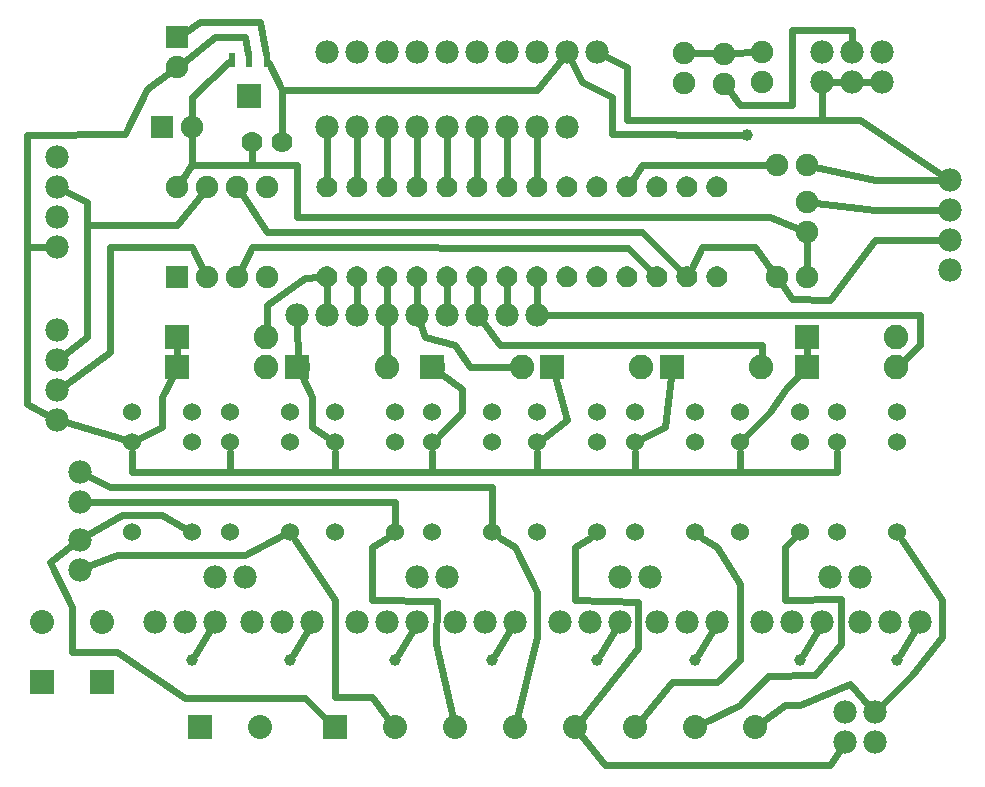
<source format=gtl>
G04 MADE WITH FRITZING*
G04 WWW.FRITZING.ORG*
G04 DOUBLE SIDED*
G04 HOLES PLATED*
G04 CONTOUR ON CENTER OF CONTOUR VECTOR*
%ASAXBY*%
%FSLAX23Y23*%
%MOIN*%
%OFA0B0*%
%SFA1.0B1.0*%
%ADD10C,0.080000*%
%ADD11C,0.039370*%
%ADD12C,0.078000*%
%ADD13C,0.075000*%
%ADD14C,0.060000*%
%ADD15C,0.070000*%
%ADD16C,0.082000*%
%ADD17C,0.078007*%
%ADD18R,0.080000X0.080000*%
%ADD19R,0.075000X0.075000*%
%ADD20R,0.082000X0.082000*%
%ADD21R,0.022835X0.047244*%
%ADD22R,0.078740X0.078740*%
%ADD23C,0.024000*%
%ADD24R,0.001000X0.001000*%
%LNCOPPER1*%
G90*
G70*
G54D10*
X300Y393D03*
X300Y593D03*
X100Y393D03*
X100Y593D03*
G54D11*
X2625Y468D03*
X2950Y468D03*
X2275Y468D03*
X1950Y468D03*
X1600Y468D03*
X1275Y468D03*
X925Y468D03*
X600Y468D03*
G54D12*
X2825Y593D03*
X2925Y593D03*
X3025Y593D03*
X2500Y593D03*
X2600Y593D03*
X2700Y593D03*
X2150Y593D03*
X2250Y593D03*
X2350Y593D03*
X1825Y593D03*
X1925Y593D03*
X2025Y593D03*
X1475Y593D03*
X1575Y593D03*
X1675Y593D03*
X1150Y593D03*
X1250Y593D03*
X1350Y593D03*
X800Y593D03*
X900Y593D03*
X1000Y593D03*
X475Y593D03*
X575Y593D03*
X675Y593D03*
G54D10*
X1075Y243D03*
X1275Y243D03*
X1475Y243D03*
X1675Y243D03*
X1875Y243D03*
X2075Y243D03*
X2275Y243D03*
X2475Y243D03*
X625Y243D03*
X825Y243D03*
G54D12*
X2725Y743D03*
X2825Y743D03*
X2025Y743D03*
X2125Y743D03*
X1350Y743D03*
X1450Y743D03*
X675Y743D03*
X775Y743D03*
X225Y868D03*
X225Y768D03*
X225Y993D03*
X225Y1093D03*
X2775Y193D03*
X2775Y293D03*
X2875Y193D03*
X2875Y293D03*
G54D13*
X550Y2543D03*
X550Y2443D03*
X500Y2243D03*
X600Y2243D03*
G54D11*
X2450Y2218D03*
G54D14*
X2950Y893D03*
X2950Y1193D03*
X2950Y1293D03*
X2750Y1293D03*
X2750Y893D03*
X2750Y1193D03*
X2950Y893D03*
X2950Y1193D03*
X2950Y1293D03*
X2750Y1293D03*
X2750Y893D03*
X2750Y1193D03*
X2625Y893D03*
X2625Y1193D03*
X2625Y1293D03*
X2425Y1293D03*
X2425Y893D03*
X2425Y1193D03*
X2625Y893D03*
X2625Y1193D03*
X2625Y1293D03*
X2425Y1293D03*
X2425Y893D03*
X2425Y1193D03*
X2275Y893D03*
X2275Y1193D03*
X2275Y1293D03*
X2075Y1293D03*
X2075Y893D03*
X2075Y1193D03*
X2275Y893D03*
X2275Y1193D03*
X2275Y1293D03*
X2075Y1293D03*
X2075Y893D03*
X2075Y1193D03*
X1950Y893D03*
X1950Y1193D03*
X1950Y1293D03*
X1750Y1293D03*
X1750Y893D03*
X1750Y1193D03*
X1950Y893D03*
X1950Y1193D03*
X1950Y1293D03*
X1750Y1293D03*
X1750Y893D03*
X1750Y1193D03*
X1600Y893D03*
X1600Y1193D03*
X1600Y1293D03*
X1400Y1293D03*
X1400Y893D03*
X1400Y1193D03*
X1600Y893D03*
X1600Y1193D03*
X1600Y1293D03*
X1400Y1293D03*
X1400Y893D03*
X1400Y1193D03*
X1275Y893D03*
X1275Y1193D03*
X1275Y1293D03*
X1075Y1293D03*
X1075Y893D03*
X1075Y1193D03*
X1275Y893D03*
X1275Y1193D03*
X1275Y1293D03*
X1075Y1293D03*
X1075Y893D03*
X1075Y1193D03*
X925Y893D03*
X925Y1193D03*
X925Y1293D03*
X725Y1293D03*
X725Y893D03*
X725Y1193D03*
X925Y893D03*
X925Y1193D03*
X925Y1293D03*
X725Y1293D03*
X725Y893D03*
X725Y1193D03*
X600Y893D03*
X600Y1193D03*
X600Y1293D03*
X400Y1293D03*
X400Y893D03*
X400Y1193D03*
X600Y893D03*
X600Y1193D03*
X600Y1293D03*
X400Y1293D03*
X400Y893D03*
X400Y1193D03*
G54D15*
X1050Y1743D03*
X2250Y2043D03*
X1150Y1743D03*
X2350Y2043D03*
X1250Y1743D03*
X1350Y1743D03*
X1450Y1743D03*
X1550Y1743D03*
X2350Y1743D03*
X2250Y1743D03*
X2150Y1743D03*
X2050Y1743D03*
X1650Y1743D03*
X1850Y1743D03*
X1750Y1743D03*
X1950Y1743D03*
X1850Y2043D03*
X1950Y2043D03*
X2050Y2043D03*
X2150Y2043D03*
X1650Y2043D03*
X1750Y2043D03*
X1250Y2043D03*
X1350Y2043D03*
X1450Y2043D03*
X1550Y2043D03*
X1050Y2043D03*
X1150Y2043D03*
G54D13*
X550Y1743D03*
X550Y2043D03*
X650Y1743D03*
X650Y2043D03*
X750Y1743D03*
X750Y2043D03*
X850Y1743D03*
X850Y2043D03*
G54D15*
X900Y2193D03*
X800Y2193D03*
G54D13*
X2650Y1743D03*
X2550Y1743D03*
X2650Y1893D03*
X2650Y1993D03*
G54D16*
X2650Y1443D03*
X2948Y1443D03*
X2650Y1543D03*
X2948Y1543D03*
X2200Y1443D03*
X2498Y1443D03*
X1800Y1443D03*
X2098Y1443D03*
X1402Y1443D03*
X1700Y1443D03*
X952Y1443D03*
X1250Y1443D03*
X550Y1443D03*
X848Y1443D03*
X550Y1543D03*
X848Y1543D03*
G54D12*
X1950Y2493D03*
X1850Y2493D03*
X1750Y2493D03*
X1650Y2493D03*
X1550Y2493D03*
X1450Y2493D03*
X1350Y2493D03*
X1250Y2493D03*
X1150Y2493D03*
X1050Y2493D03*
G54D13*
X2550Y2118D03*
X2650Y2118D03*
G54D17*
X950Y1618D03*
X1050Y1618D03*
X1150Y1618D03*
X1250Y1618D03*
X1350Y1618D03*
X1450Y1618D03*
X1551Y1618D03*
X1651Y1618D03*
X1751Y1618D03*
X1850Y2243D03*
X1750Y2243D03*
X1650Y2243D03*
X1550Y2243D03*
X1450Y2243D03*
X1350Y2243D03*
X1250Y2243D03*
X1150Y2243D03*
X1050Y2243D03*
G54D13*
X2240Y2390D03*
X2240Y2490D03*
X2500Y2393D03*
X2500Y2493D03*
X2372Y2388D03*
X2372Y2488D03*
G54D12*
X2700Y2393D03*
X2800Y2393D03*
X2900Y2393D03*
X2700Y2393D03*
X2800Y2393D03*
X2900Y2393D03*
X2900Y2493D03*
X2800Y2493D03*
X2700Y2493D03*
X3125Y1768D03*
X3125Y1868D03*
X3125Y1968D03*
X3125Y2068D03*
X150Y1568D03*
X150Y1468D03*
X150Y1368D03*
X150Y1268D03*
X150Y2143D03*
X150Y2043D03*
X150Y1943D03*
X150Y1843D03*
G54D18*
X300Y393D03*
X100Y393D03*
X1075Y243D03*
X625Y243D03*
G54D19*
X550Y2543D03*
X500Y2243D03*
X550Y1743D03*
G54D20*
X2649Y1443D03*
X2649Y1543D03*
X2199Y1443D03*
X1799Y1443D03*
X1401Y1443D03*
X951Y1443D03*
X549Y1443D03*
X549Y1543D03*
G54D21*
X850Y2468D03*
X791Y2468D03*
X732Y2468D03*
G54D22*
X791Y2346D03*
G54D23*
X1610Y484D02*
X1660Y567D01*
D02*
X1285Y484D02*
X1335Y567D01*
D02*
X2960Y484D02*
X3010Y567D01*
D02*
X2635Y484D02*
X2685Y567D01*
D02*
X2285Y484D02*
X2335Y567D01*
D02*
X1960Y484D02*
X2010Y567D01*
D02*
X935Y484D02*
X985Y567D01*
D02*
X2200Y393D02*
X2095Y267D01*
D02*
X350Y818D02*
X253Y779D01*
D02*
X775Y818D02*
X350Y818D01*
D02*
X898Y879D02*
X775Y818D01*
D02*
X499Y951D02*
X366Y950D01*
D02*
X366Y950D02*
X251Y883D01*
D02*
X573Y908D02*
X499Y951D01*
D02*
X325Y1043D02*
X252Y1079D01*
D02*
X1600Y1043D02*
X325Y1043D01*
D02*
X1600Y924D02*
X1600Y1043D01*
D02*
X350Y993D02*
X256Y993D01*
D02*
X1275Y993D02*
X350Y993D01*
D02*
X1275Y924D02*
X1275Y993D01*
D02*
X1750Y543D02*
X1683Y273D01*
D02*
X1750Y693D02*
X1750Y543D01*
D02*
X1675Y843D02*
X1750Y693D01*
D02*
X1626Y875D02*
X1675Y843D01*
D02*
X2350Y393D02*
X2200Y393D01*
D02*
X2426Y467D02*
X2350Y393D01*
D02*
X2426Y719D02*
X2426Y467D01*
D02*
X2350Y843D02*
X2426Y719D01*
D02*
X2301Y875D02*
X2350Y843D01*
D02*
X610Y484D02*
X660Y567D01*
D02*
X1200Y843D02*
X1200Y668D01*
D02*
X1415Y663D02*
X1413Y520D01*
D02*
X1875Y668D02*
X2087Y661D01*
D02*
X2087Y661D02*
X2087Y506D01*
D02*
X2575Y843D02*
X2603Y871D01*
D02*
X2763Y669D02*
X2575Y668D01*
D02*
X1200Y344D02*
X1257Y268D01*
D02*
X2676Y417D02*
X2763Y520D01*
D02*
X2521Y413D02*
X2676Y417D01*
D02*
X2425Y317D02*
X2521Y413D01*
D02*
X2763Y520D02*
X2763Y669D01*
D02*
X2575Y668D02*
X2575Y843D01*
D02*
X2303Y256D02*
X2425Y317D01*
D02*
X2087Y506D02*
X1895Y267D01*
D02*
X1875Y843D02*
X1875Y668D01*
D02*
X1925Y875D02*
X1875Y843D01*
D02*
X976Y341D02*
X576Y341D01*
D02*
X350Y493D02*
X200Y493D01*
D02*
X576Y341D02*
X350Y493D01*
D02*
X200Y493D02*
X200Y643D01*
D02*
X200Y643D02*
X126Y793D01*
D02*
X126Y793D02*
X201Y849D01*
D02*
X1053Y265D02*
X976Y341D01*
D02*
X1076Y344D02*
X1200Y344D01*
D02*
X1076Y667D02*
X1076Y344D01*
D02*
X943Y867D02*
X1076Y667D01*
D02*
X1200Y668D02*
X1415Y663D01*
D02*
X1413Y520D02*
X1469Y273D01*
D02*
X1250Y875D02*
X1200Y843D01*
D02*
X2700Y2267D02*
X2051Y2267D01*
D02*
X2826Y2267D02*
X2700Y2267D01*
D02*
X2051Y2442D02*
X1977Y2479D01*
D02*
X2051Y2267D02*
X2051Y2442D01*
D02*
X3100Y2084D02*
X2826Y2267D01*
D02*
X2576Y318D02*
X2625Y318D01*
D02*
X2625Y318D02*
X2794Y388D01*
D02*
X2794Y388D02*
X2856Y315D01*
D02*
X1976Y118D02*
X2725Y118D01*
D02*
X2725Y118D02*
X2759Y168D01*
D02*
X1895Y218D02*
X1976Y118D01*
D02*
X3000Y417D02*
X2897Y314D01*
D02*
X3100Y543D02*
X3000Y417D01*
D02*
X3100Y667D02*
X3100Y543D01*
D02*
X2968Y867D02*
X3100Y667D01*
D02*
X2500Y261D02*
X2576Y318D01*
D02*
X2700Y2267D02*
X2700Y2362D01*
D02*
X3026Y1618D02*
X1781Y1618D01*
D02*
X3026Y1518D02*
X3026Y1618D01*
D02*
X2971Y1465D02*
X3026Y1518D01*
D02*
X1751Y1648D02*
X1750Y1716D01*
D02*
X1651Y1648D02*
X1650Y1716D01*
D02*
X2500Y1518D02*
X1626Y1518D01*
D02*
X1626Y1518D02*
X1569Y1594D01*
D02*
X2499Y1475D02*
X2500Y1518D01*
D02*
X50Y1319D02*
X50Y1843D01*
D02*
X50Y1843D02*
X120Y1843D01*
D02*
X124Y1281D02*
X50Y1319D01*
D02*
X250Y1543D02*
X175Y1486D01*
D02*
X250Y1743D02*
X250Y1543D01*
D02*
X251Y1918D02*
X250Y1743D01*
D02*
X550Y1918D02*
X251Y1918D01*
D02*
X976Y1740D02*
X1024Y1742D01*
D02*
X850Y1651D02*
X976Y1740D01*
D02*
X849Y1575D02*
X850Y1651D01*
D02*
X326Y1493D02*
X175Y1385D01*
D02*
X326Y1842D02*
X326Y1493D01*
D02*
X600Y1842D02*
X326Y1842D01*
D02*
X638Y1768D02*
X600Y1842D01*
D02*
X1500Y1369D02*
X1428Y1423D01*
D02*
X1500Y1293D02*
X1500Y1369D01*
D02*
X1422Y1215D02*
X1500Y1293D01*
D02*
X1851Y1268D02*
X1775Y1211D01*
D02*
X1809Y1412D02*
X1851Y1268D01*
D02*
X2176Y1242D02*
X2103Y1206D01*
D02*
X2197Y1411D02*
X2176Y1242D01*
D02*
X800Y2118D02*
X800Y2166D01*
D02*
X900Y2368D02*
X900Y2219D01*
D02*
X450Y2369D02*
X527Y2426D01*
D02*
X376Y2219D02*
X450Y2369D01*
D02*
X50Y2217D02*
X376Y2219D01*
D02*
X50Y1843D02*
X50Y2217D01*
D02*
X2576Y1368D02*
X2628Y1420D01*
D02*
X2525Y1293D02*
X2576Y1368D01*
D02*
X2447Y1215D02*
X2525Y1293D01*
D02*
X500Y1342D02*
X500Y1242D01*
D02*
X500Y1242D02*
X428Y1206D01*
D02*
X536Y1414D02*
X500Y1342D01*
D02*
X1000Y1342D02*
X1000Y1243D01*
D02*
X1000Y1243D02*
X1050Y1210D01*
D02*
X966Y1414D02*
X1000Y1342D01*
D02*
X1350Y1648D02*
X1350Y1716D01*
D02*
X1250Y1648D02*
X1250Y1716D01*
D02*
X1250Y1587D02*
X1250Y1475D01*
D02*
X951Y1587D02*
X952Y1475D01*
D02*
X1550Y1648D02*
X1550Y1716D01*
D02*
X1450Y1648D02*
X1450Y1716D01*
D02*
X1526Y1443D02*
X1475Y1518D01*
D02*
X1475Y1518D02*
X1375Y1542D01*
D02*
X1375Y1542D02*
X1360Y1589D01*
D02*
X1668Y1443D02*
X1526Y1443D01*
D02*
X1150Y1716D02*
X1150Y1648D01*
D02*
X1050Y1648D02*
X1050Y1716D01*
D02*
X371Y1202D02*
X179Y1259D01*
D02*
X550Y1510D02*
X550Y1475D01*
D02*
X675Y2542D02*
X775Y2542D01*
D02*
X775Y2542D02*
X787Y2486D01*
D02*
X573Y2460D02*
X675Y2542D01*
D02*
X2600Y1669D02*
X2566Y1719D01*
D02*
X2726Y1667D02*
X2600Y1669D01*
D02*
X1550Y2069D02*
X1550Y2212D01*
D02*
X1150Y2069D02*
X1150Y2212D01*
D02*
X1350Y2069D02*
X1350Y2212D01*
D02*
X1650Y2069D02*
X1650Y2212D01*
D02*
X1450Y2069D02*
X1450Y2212D01*
D02*
X1050Y2069D02*
X1050Y2212D01*
D02*
X1750Y2069D02*
X1750Y2212D01*
D02*
X1250Y2069D02*
X1250Y2212D01*
D02*
X2650Y1771D02*
X2650Y1864D01*
D02*
X2100Y2118D02*
X2522Y2118D01*
D02*
X2065Y2064D02*
X2100Y2118D01*
D02*
X600Y2119D02*
X600Y2214D01*
D02*
X566Y2067D02*
X600Y2119D01*
D02*
X600Y2342D02*
X600Y2271D01*
D02*
X726Y2462D02*
X600Y2342D01*
D02*
X632Y2020D02*
X550Y1918D01*
D02*
X251Y1993D02*
X177Y2029D01*
D02*
X250Y1918D02*
X251Y1993D01*
D02*
X550Y1918D02*
X250Y1918D01*
D02*
X2600Y2567D02*
X2600Y2318D01*
D02*
X2800Y2568D02*
X2600Y2567D01*
D02*
X2800Y2523D02*
X2800Y2568D01*
D02*
X2426Y2318D02*
X2389Y2366D01*
D02*
X2600Y2318D02*
X2426Y2318D01*
D02*
X2875Y1967D02*
X2679Y1989D01*
D02*
X3095Y1968D02*
X2875Y1967D01*
D02*
X2472Y2492D02*
X2400Y2489D01*
D02*
X2269Y2490D02*
X2343Y2489D01*
D02*
X900Y2368D02*
X1750Y2368D01*
D02*
X626Y2593D02*
X826Y2593D01*
D02*
X1750Y2368D02*
X1832Y2469D01*
D02*
X856Y2456D02*
X900Y2368D01*
D02*
X574Y2558D02*
X626Y2593D01*
D02*
X826Y2593D02*
X847Y2486D01*
D02*
X2650Y1475D02*
X2650Y1510D01*
D02*
X2751Y1161D02*
X2751Y1093D01*
D02*
X2426Y1093D02*
X2426Y1161D01*
D02*
X2751Y1093D02*
X2426Y1093D01*
D02*
X1750Y1161D02*
X1750Y1093D01*
D02*
X2076Y1093D02*
X2076Y1161D01*
D02*
X1750Y1093D02*
X2076Y1093D01*
D02*
X2770Y2393D02*
X2731Y2393D01*
D02*
X2875Y1867D02*
X2726Y1667D01*
D02*
X3095Y1868D02*
X2875Y1867D01*
D02*
X2475Y1842D02*
X2300Y1843D01*
D02*
X2300Y1843D02*
X2262Y1766D01*
D02*
X2533Y1765D02*
X2475Y1842D01*
D02*
X850Y1893D02*
X766Y2019D01*
D02*
X2100Y1893D02*
X850Y1893D01*
D02*
X2232Y1761D02*
X2100Y1893D01*
D02*
X800Y1843D02*
X2052Y1841D01*
D02*
X2052Y1841D02*
X2132Y1761D01*
D02*
X1075Y1093D02*
X1400Y1093D01*
D02*
X1075Y1161D02*
X1075Y1093D01*
D02*
X1400Y1093D02*
X1400Y1161D01*
D02*
X2870Y2393D02*
X2831Y2393D01*
D02*
X2000Y2343D02*
X1900Y2393D01*
D02*
X2000Y2219D02*
X2000Y2343D01*
D02*
X1900Y2393D02*
X1864Y2466D01*
D02*
X2431Y2218D02*
X2000Y2219D01*
D02*
X400Y1093D02*
X400Y1161D01*
D02*
X725Y1093D02*
X400Y1093D01*
D02*
X725Y1093D02*
X725Y1161D01*
D02*
X1075Y1093D02*
X725Y1093D01*
D02*
X800Y2118D02*
X950Y2118D01*
D02*
X950Y2118D02*
X950Y1943D01*
D02*
X950Y1943D02*
X2526Y1943D01*
D02*
X2526Y1943D02*
X2624Y1903D01*
D02*
X600Y2117D02*
X800Y2118D01*
D02*
X600Y2214D02*
X600Y2117D01*
D02*
X2875Y2067D02*
X2678Y2111D01*
D02*
X3095Y2068D02*
X2875Y2067D01*
D02*
X763Y1768D02*
X800Y1843D01*
D02*
X1400Y1093D02*
X1400Y1161D01*
D02*
X1750Y1093D02*
X1400Y1093D01*
D02*
X2426Y1093D02*
X2426Y1161D01*
D02*
X2076Y1093D02*
X2426Y1093D01*
G54D24*
X1045Y2078D02*
X1054Y2078D01*
X1145Y2078D02*
X1154Y2078D01*
X1245Y2078D02*
X1254Y2078D01*
X1345Y2078D02*
X1354Y2078D01*
X1445Y2078D02*
X1454Y2078D01*
X1545Y2078D02*
X1554Y2078D01*
X1645Y2078D02*
X1654Y2078D01*
X1745Y2078D02*
X1754Y2078D01*
X1845Y2078D02*
X1854Y2078D01*
X1945Y2078D02*
X1954Y2078D01*
X2045Y2078D02*
X2054Y2078D01*
X2145Y2078D02*
X2154Y2078D01*
X2245Y2078D02*
X2254Y2078D01*
X2345Y2078D02*
X2354Y2078D01*
X1041Y2077D02*
X1059Y2077D01*
X1141Y2077D02*
X1159Y2077D01*
X1241Y2077D02*
X1259Y2077D01*
X1341Y2077D02*
X1359Y2077D01*
X1441Y2077D02*
X1459Y2077D01*
X1541Y2077D02*
X1559Y2077D01*
X1641Y2077D02*
X1659Y2077D01*
X1741Y2077D02*
X1758Y2077D01*
X1841Y2077D02*
X1858Y2077D01*
X1941Y2077D02*
X1958Y2077D01*
X2041Y2077D02*
X2058Y2077D01*
X2141Y2077D02*
X2158Y2077D01*
X2241Y2077D02*
X2258Y2077D01*
X2341Y2077D02*
X2358Y2077D01*
X1038Y2076D02*
X1062Y2076D01*
X1138Y2076D02*
X1162Y2076D01*
X1238Y2076D02*
X1262Y2076D01*
X1338Y2076D02*
X1361Y2076D01*
X1438Y2076D02*
X1461Y2076D01*
X1538Y2076D02*
X1561Y2076D01*
X1638Y2076D02*
X1661Y2076D01*
X1738Y2076D02*
X1761Y2076D01*
X1838Y2076D02*
X1861Y2076D01*
X1938Y2076D02*
X1961Y2076D01*
X2038Y2076D02*
X2061Y2076D01*
X2138Y2076D02*
X2161Y2076D01*
X2238Y2076D02*
X2261Y2076D01*
X2338Y2076D02*
X2361Y2076D01*
X1036Y2075D02*
X1064Y2075D01*
X1135Y2075D02*
X1164Y2075D01*
X1235Y2075D02*
X1264Y2075D01*
X1335Y2075D02*
X1364Y2075D01*
X1435Y2075D02*
X1464Y2075D01*
X1535Y2075D02*
X1564Y2075D01*
X1635Y2075D02*
X1664Y2075D01*
X1735Y2075D02*
X1764Y2075D01*
X1835Y2075D02*
X1864Y2075D01*
X1935Y2075D02*
X1964Y2075D01*
X2035Y2075D02*
X2064Y2075D01*
X2135Y2075D02*
X2164Y2075D01*
X2235Y2075D02*
X2264Y2075D01*
X2335Y2075D02*
X2364Y2075D01*
X1033Y2074D02*
X1066Y2074D01*
X1133Y2074D02*
X1166Y2074D01*
X1233Y2074D02*
X1266Y2074D01*
X1333Y2074D02*
X1366Y2074D01*
X1433Y2074D02*
X1466Y2074D01*
X1533Y2074D02*
X1566Y2074D01*
X1633Y2074D02*
X1666Y2074D01*
X1733Y2074D02*
X1766Y2074D01*
X1833Y2074D02*
X1866Y2074D01*
X1933Y2074D02*
X1966Y2074D01*
X2033Y2074D02*
X2066Y2074D01*
X2133Y2074D02*
X2166Y2074D01*
X2233Y2074D02*
X2266Y2074D01*
X2333Y2074D02*
X2366Y2074D01*
X1032Y2073D02*
X1068Y2073D01*
X1132Y2073D02*
X1168Y2073D01*
X1232Y2073D02*
X1268Y2073D01*
X1332Y2073D02*
X1368Y2073D01*
X1432Y2073D02*
X1468Y2073D01*
X1532Y2073D02*
X1568Y2073D01*
X1632Y2073D02*
X1668Y2073D01*
X1732Y2073D02*
X1768Y2073D01*
X1832Y2073D02*
X1868Y2073D01*
X1932Y2073D02*
X1968Y2073D01*
X2032Y2073D02*
X2067Y2073D01*
X2132Y2073D02*
X2167Y2073D01*
X2231Y2073D02*
X2267Y2073D01*
X2331Y2073D02*
X2367Y2073D01*
X1030Y2072D02*
X1069Y2072D01*
X1130Y2072D02*
X1169Y2072D01*
X1230Y2072D02*
X1269Y2072D01*
X1330Y2072D02*
X1369Y2072D01*
X1430Y2072D02*
X1469Y2072D01*
X1530Y2072D02*
X1569Y2072D01*
X1630Y2072D02*
X1669Y2072D01*
X1730Y2072D02*
X1769Y2072D01*
X1830Y2072D02*
X1869Y2072D01*
X1930Y2072D02*
X1969Y2072D01*
X2030Y2072D02*
X2069Y2072D01*
X2130Y2072D02*
X2169Y2072D01*
X2230Y2072D02*
X2269Y2072D01*
X2330Y2072D02*
X2369Y2072D01*
X1029Y2071D02*
X1071Y2071D01*
X1129Y2071D02*
X1171Y2071D01*
X1229Y2071D02*
X1271Y2071D01*
X1329Y2071D02*
X1371Y2071D01*
X1429Y2071D02*
X1471Y2071D01*
X1529Y2071D02*
X1571Y2071D01*
X1629Y2071D02*
X1671Y2071D01*
X1729Y2071D02*
X1771Y2071D01*
X1829Y2071D02*
X1871Y2071D01*
X1929Y2071D02*
X1971Y2071D01*
X2029Y2071D02*
X2070Y2071D01*
X2129Y2071D02*
X2170Y2071D01*
X2228Y2071D02*
X2270Y2071D01*
X2328Y2071D02*
X2370Y2071D01*
X1027Y2070D02*
X1072Y2070D01*
X1127Y2070D02*
X1172Y2070D01*
X1227Y2070D02*
X1272Y2070D01*
X1327Y2070D02*
X1372Y2070D01*
X1427Y2070D02*
X1472Y2070D01*
X1527Y2070D02*
X1572Y2070D01*
X1627Y2070D02*
X1672Y2070D01*
X1727Y2070D02*
X1772Y2070D01*
X1827Y2070D02*
X1872Y2070D01*
X1927Y2070D02*
X1972Y2070D01*
X2027Y2070D02*
X2072Y2070D01*
X2127Y2070D02*
X2172Y2070D01*
X2227Y2070D02*
X2272Y2070D01*
X2327Y2070D02*
X2372Y2070D01*
X1026Y2069D02*
X1073Y2069D01*
X1126Y2069D02*
X1173Y2069D01*
X1226Y2069D02*
X1273Y2069D01*
X1326Y2069D02*
X1373Y2069D01*
X1426Y2069D02*
X1473Y2069D01*
X1526Y2069D02*
X1573Y2069D01*
X1626Y2069D02*
X1673Y2069D01*
X1726Y2069D02*
X1773Y2069D01*
X1826Y2069D02*
X1873Y2069D01*
X1926Y2069D02*
X1973Y2069D01*
X2026Y2069D02*
X2073Y2069D01*
X2126Y2069D02*
X2173Y2069D01*
X2226Y2069D02*
X2273Y2069D01*
X2326Y2069D02*
X2373Y2069D01*
X1025Y2068D02*
X1074Y2068D01*
X1125Y2068D02*
X1174Y2068D01*
X1225Y2068D02*
X1274Y2068D01*
X1325Y2068D02*
X1374Y2068D01*
X1425Y2068D02*
X1474Y2068D01*
X1525Y2068D02*
X1574Y2068D01*
X1625Y2068D02*
X1674Y2068D01*
X1725Y2068D02*
X1774Y2068D01*
X1825Y2068D02*
X1874Y2068D01*
X1925Y2068D02*
X1974Y2068D01*
X2025Y2068D02*
X2074Y2068D01*
X2125Y2068D02*
X2174Y2068D01*
X2225Y2068D02*
X2274Y2068D01*
X2325Y2068D02*
X2374Y2068D01*
X1024Y2067D02*
X1075Y2067D01*
X1124Y2067D02*
X1175Y2067D01*
X1224Y2067D02*
X1275Y2067D01*
X1324Y2067D02*
X1375Y2067D01*
X1424Y2067D02*
X1475Y2067D01*
X1524Y2067D02*
X1575Y2067D01*
X1624Y2067D02*
X1675Y2067D01*
X1724Y2067D02*
X1775Y2067D01*
X1824Y2067D02*
X1875Y2067D01*
X1924Y2067D02*
X1975Y2067D01*
X2024Y2067D02*
X2075Y2067D01*
X2124Y2067D02*
X2175Y2067D01*
X2224Y2067D02*
X2275Y2067D01*
X2324Y2067D02*
X2375Y2067D01*
X1024Y2066D02*
X1076Y2066D01*
X1123Y2066D02*
X1176Y2066D01*
X1223Y2066D02*
X1276Y2066D01*
X1323Y2066D02*
X1376Y2066D01*
X1423Y2066D02*
X1476Y2066D01*
X1523Y2066D02*
X1576Y2066D01*
X1623Y2066D02*
X1676Y2066D01*
X1723Y2066D02*
X1776Y2066D01*
X1823Y2066D02*
X1876Y2066D01*
X1923Y2066D02*
X1976Y2066D01*
X2023Y2066D02*
X2076Y2066D01*
X2123Y2066D02*
X2176Y2066D01*
X2223Y2066D02*
X2276Y2066D01*
X2323Y2066D02*
X2376Y2066D01*
X1023Y2065D02*
X1077Y2065D01*
X1123Y2065D02*
X1177Y2065D01*
X1223Y2065D02*
X1277Y2065D01*
X1323Y2065D02*
X1377Y2065D01*
X1423Y2065D02*
X1477Y2065D01*
X1523Y2065D02*
X1577Y2065D01*
X1623Y2065D02*
X1677Y2065D01*
X1723Y2065D02*
X1777Y2065D01*
X1823Y2065D02*
X1877Y2065D01*
X1923Y2065D02*
X1977Y2065D01*
X2023Y2065D02*
X2076Y2065D01*
X2123Y2065D02*
X2176Y2065D01*
X2222Y2065D02*
X2276Y2065D01*
X2322Y2065D02*
X2376Y2065D01*
X1022Y2064D02*
X1077Y2064D01*
X1122Y2064D02*
X1177Y2064D01*
X1222Y2064D02*
X1277Y2064D01*
X1322Y2064D02*
X1377Y2064D01*
X1422Y2064D02*
X1477Y2064D01*
X1522Y2064D02*
X1577Y2064D01*
X1622Y2064D02*
X1677Y2064D01*
X1722Y2064D02*
X1777Y2064D01*
X1822Y2064D02*
X1877Y2064D01*
X1922Y2064D02*
X1977Y2064D01*
X2022Y2064D02*
X2077Y2064D01*
X2122Y2064D02*
X2177Y2064D01*
X2222Y2064D02*
X2277Y2064D01*
X2322Y2064D02*
X2377Y2064D01*
X1021Y2063D02*
X1078Y2063D01*
X1121Y2063D02*
X1178Y2063D01*
X1221Y2063D02*
X1278Y2063D01*
X1321Y2063D02*
X1378Y2063D01*
X1421Y2063D02*
X1478Y2063D01*
X1521Y2063D02*
X1578Y2063D01*
X1621Y2063D02*
X1678Y2063D01*
X1721Y2063D02*
X1778Y2063D01*
X1821Y2063D02*
X1878Y2063D01*
X1921Y2063D02*
X1978Y2063D01*
X2021Y2063D02*
X2078Y2063D01*
X2121Y2063D02*
X2178Y2063D01*
X2221Y2063D02*
X2278Y2063D01*
X2321Y2063D02*
X2378Y2063D01*
X1021Y2062D02*
X1079Y2062D01*
X1121Y2062D02*
X1179Y2062D01*
X1221Y2062D02*
X1279Y2062D01*
X1321Y2062D02*
X1379Y2062D01*
X1421Y2062D02*
X1479Y2062D01*
X1521Y2062D02*
X1579Y2062D01*
X1621Y2062D02*
X1679Y2062D01*
X1721Y2062D02*
X1779Y2062D01*
X1821Y2062D02*
X1879Y2062D01*
X1921Y2062D02*
X1979Y2062D01*
X2021Y2062D02*
X2079Y2062D01*
X2120Y2062D02*
X2178Y2062D01*
X2220Y2062D02*
X2278Y2062D01*
X2320Y2062D02*
X2378Y2062D01*
X1020Y2061D02*
X1079Y2061D01*
X1120Y2061D02*
X1179Y2061D01*
X1220Y2061D02*
X1279Y2061D01*
X1320Y2061D02*
X1379Y2061D01*
X1420Y2061D02*
X1479Y2061D01*
X1520Y2061D02*
X1579Y2061D01*
X1620Y2061D02*
X1679Y2061D01*
X1720Y2061D02*
X1779Y2061D01*
X1820Y2061D02*
X1879Y2061D01*
X1920Y2061D02*
X1979Y2061D01*
X2020Y2061D02*
X2079Y2061D01*
X2120Y2061D02*
X2179Y2061D01*
X2220Y2061D02*
X2279Y2061D01*
X2320Y2061D02*
X2379Y2061D01*
X1020Y2060D02*
X1080Y2060D01*
X1120Y2060D02*
X1180Y2060D01*
X1220Y2060D02*
X1280Y2060D01*
X1320Y2060D02*
X1380Y2060D01*
X1419Y2060D02*
X1480Y2060D01*
X1519Y2060D02*
X1580Y2060D01*
X1619Y2060D02*
X1680Y2060D01*
X1719Y2060D02*
X1780Y2060D01*
X1819Y2060D02*
X1880Y2060D01*
X1919Y2060D02*
X1980Y2060D01*
X2019Y2060D02*
X2080Y2060D01*
X2119Y2060D02*
X2180Y2060D01*
X2219Y2060D02*
X2280Y2060D01*
X2319Y2060D02*
X2380Y2060D01*
X1019Y2059D02*
X1080Y2059D01*
X1119Y2059D02*
X1180Y2059D01*
X1219Y2059D02*
X1280Y2059D01*
X1319Y2059D02*
X1380Y2059D01*
X1419Y2059D02*
X1480Y2059D01*
X1519Y2059D02*
X1580Y2059D01*
X1619Y2059D02*
X1680Y2059D01*
X1719Y2059D02*
X1780Y2059D01*
X1819Y2059D02*
X1880Y2059D01*
X1919Y2059D02*
X1980Y2059D01*
X2019Y2059D02*
X2080Y2059D01*
X2119Y2059D02*
X2180Y2059D01*
X2219Y2059D02*
X2280Y2059D01*
X2319Y2059D02*
X2380Y2059D01*
X1019Y2058D02*
X1045Y2058D01*
X1054Y2058D02*
X1081Y2058D01*
X1119Y2058D02*
X1145Y2058D01*
X1154Y2058D02*
X1181Y2058D01*
X1219Y2058D02*
X1245Y2058D01*
X1254Y2058D02*
X1281Y2058D01*
X1319Y2058D02*
X1345Y2058D01*
X1354Y2058D02*
X1381Y2058D01*
X1419Y2058D02*
X1445Y2058D01*
X1454Y2058D02*
X1481Y2058D01*
X1519Y2058D02*
X1545Y2058D01*
X1554Y2058D02*
X1581Y2058D01*
X1618Y2058D02*
X1645Y2058D01*
X1654Y2058D02*
X1681Y2058D01*
X1718Y2058D02*
X1745Y2058D01*
X1754Y2058D02*
X1781Y2058D01*
X1818Y2058D02*
X1845Y2058D01*
X1854Y2058D02*
X1881Y2058D01*
X1918Y2058D02*
X1945Y2058D01*
X1954Y2058D02*
X1981Y2058D01*
X2018Y2058D02*
X2045Y2058D01*
X2054Y2058D02*
X2081Y2058D01*
X2118Y2058D02*
X2145Y2058D01*
X2154Y2058D02*
X2181Y2058D01*
X2218Y2058D02*
X2245Y2058D01*
X2254Y2058D02*
X2281Y2058D01*
X2318Y2058D02*
X2345Y2058D01*
X2354Y2058D02*
X2381Y2058D01*
X1018Y2057D02*
X1042Y2057D01*
X1057Y2057D02*
X1081Y2057D01*
X1118Y2057D02*
X1142Y2057D01*
X1157Y2057D02*
X1181Y2057D01*
X1218Y2057D02*
X1242Y2057D01*
X1257Y2057D02*
X1281Y2057D01*
X1318Y2057D02*
X1342Y2057D01*
X1357Y2057D02*
X1381Y2057D01*
X1418Y2057D02*
X1442Y2057D01*
X1457Y2057D02*
X1481Y2057D01*
X1518Y2057D02*
X1542Y2057D01*
X1557Y2057D02*
X1581Y2057D01*
X1618Y2057D02*
X1642Y2057D01*
X1657Y2057D02*
X1681Y2057D01*
X1718Y2057D02*
X1742Y2057D01*
X1757Y2057D02*
X1781Y2057D01*
X1818Y2057D02*
X1842Y2057D01*
X1857Y2057D02*
X1881Y2057D01*
X1918Y2057D02*
X1942Y2057D01*
X1957Y2057D02*
X1981Y2057D01*
X2018Y2057D02*
X2042Y2057D01*
X2057Y2057D02*
X2081Y2057D01*
X2118Y2057D02*
X2142Y2057D01*
X2157Y2057D02*
X2181Y2057D01*
X2218Y2057D02*
X2242Y2057D01*
X2257Y2057D02*
X2281Y2057D01*
X2318Y2057D02*
X2342Y2057D01*
X2357Y2057D02*
X2381Y2057D01*
X1018Y2056D02*
X1041Y2056D01*
X1059Y2056D02*
X1082Y2056D01*
X1118Y2056D02*
X1141Y2056D01*
X1159Y2056D02*
X1182Y2056D01*
X1218Y2056D02*
X1241Y2056D01*
X1259Y2056D02*
X1282Y2056D01*
X1318Y2056D02*
X1341Y2056D01*
X1359Y2056D02*
X1382Y2056D01*
X1418Y2056D02*
X1441Y2056D01*
X1459Y2056D02*
X1482Y2056D01*
X1518Y2056D02*
X1541Y2056D01*
X1559Y2056D02*
X1582Y2056D01*
X1618Y2056D02*
X1641Y2056D01*
X1658Y2056D02*
X1682Y2056D01*
X1718Y2056D02*
X1741Y2056D01*
X1758Y2056D02*
X1782Y2056D01*
X1818Y2056D02*
X1841Y2056D01*
X1858Y2056D02*
X1882Y2056D01*
X1918Y2056D02*
X1941Y2056D01*
X1958Y2056D02*
X1981Y2056D01*
X2018Y2056D02*
X2041Y2056D01*
X2058Y2056D02*
X2081Y2056D01*
X2118Y2056D02*
X2141Y2056D01*
X2158Y2056D02*
X2181Y2056D01*
X2218Y2056D02*
X2241Y2056D01*
X2258Y2056D02*
X2281Y2056D01*
X2317Y2056D02*
X2341Y2056D01*
X2358Y2056D02*
X2381Y2056D01*
X1017Y2055D02*
X1040Y2055D01*
X1060Y2055D02*
X1082Y2055D01*
X1117Y2055D02*
X1140Y2055D01*
X1160Y2055D02*
X1182Y2055D01*
X1217Y2055D02*
X1240Y2055D01*
X1260Y2055D02*
X1282Y2055D01*
X1317Y2055D02*
X1340Y2055D01*
X1360Y2055D02*
X1382Y2055D01*
X1417Y2055D02*
X1440Y2055D01*
X1460Y2055D02*
X1482Y2055D01*
X1517Y2055D02*
X1540Y2055D01*
X1560Y2055D02*
X1582Y2055D01*
X1617Y2055D02*
X1640Y2055D01*
X1660Y2055D02*
X1682Y2055D01*
X1717Y2055D02*
X1740Y2055D01*
X1760Y2055D02*
X1782Y2055D01*
X1817Y2055D02*
X1839Y2055D01*
X1860Y2055D02*
X1882Y2055D01*
X1917Y2055D02*
X1939Y2055D01*
X1960Y2055D02*
X1982Y2055D01*
X2017Y2055D02*
X2039Y2055D01*
X2060Y2055D02*
X2082Y2055D01*
X2117Y2055D02*
X2139Y2055D01*
X2160Y2055D02*
X2182Y2055D01*
X2217Y2055D02*
X2239Y2055D01*
X2260Y2055D02*
X2282Y2055D01*
X2317Y2055D02*
X2339Y2055D01*
X2360Y2055D02*
X2382Y2055D01*
X1017Y2054D02*
X1039Y2054D01*
X1061Y2054D02*
X1082Y2054D01*
X1117Y2054D02*
X1139Y2054D01*
X1161Y2054D02*
X1182Y2054D01*
X1217Y2054D02*
X1239Y2054D01*
X1261Y2054D02*
X1282Y2054D01*
X1317Y2054D02*
X1339Y2054D01*
X1361Y2054D02*
X1382Y2054D01*
X1417Y2054D02*
X1438Y2054D01*
X1461Y2054D02*
X1482Y2054D01*
X1517Y2054D02*
X1538Y2054D01*
X1561Y2054D02*
X1582Y2054D01*
X1617Y2054D02*
X1638Y2054D01*
X1661Y2054D02*
X1682Y2054D01*
X1717Y2054D02*
X1738Y2054D01*
X1761Y2054D02*
X1782Y2054D01*
X1817Y2054D02*
X1838Y2054D01*
X1861Y2054D02*
X1882Y2054D01*
X1917Y2054D02*
X1938Y2054D01*
X1961Y2054D02*
X1982Y2054D01*
X2017Y2054D02*
X2038Y2054D01*
X2061Y2054D02*
X2082Y2054D01*
X2117Y2054D02*
X2138Y2054D01*
X2161Y2054D02*
X2182Y2054D01*
X2217Y2054D02*
X2238Y2054D01*
X2261Y2054D02*
X2282Y2054D01*
X2317Y2054D02*
X2338Y2054D01*
X2361Y2054D02*
X2382Y2054D01*
X1017Y2053D02*
X1038Y2053D01*
X1062Y2053D02*
X1083Y2053D01*
X1117Y2053D02*
X1138Y2053D01*
X1162Y2053D02*
X1183Y2053D01*
X1217Y2053D02*
X1238Y2053D01*
X1262Y2053D02*
X1283Y2053D01*
X1317Y2053D02*
X1338Y2053D01*
X1362Y2053D02*
X1383Y2053D01*
X1417Y2053D02*
X1438Y2053D01*
X1462Y2053D02*
X1483Y2053D01*
X1517Y2053D02*
X1538Y2053D01*
X1562Y2053D02*
X1583Y2053D01*
X1617Y2053D02*
X1638Y2053D01*
X1662Y2053D02*
X1683Y2053D01*
X1717Y2053D02*
X1738Y2053D01*
X1762Y2053D02*
X1783Y2053D01*
X1817Y2053D02*
X1837Y2053D01*
X1862Y2053D02*
X1883Y2053D01*
X1917Y2053D02*
X1937Y2053D01*
X1962Y2053D02*
X1983Y2053D01*
X2017Y2053D02*
X2037Y2053D01*
X2062Y2053D02*
X2083Y2053D01*
X2116Y2053D02*
X2137Y2053D01*
X2162Y2053D02*
X2182Y2053D01*
X2216Y2053D02*
X2237Y2053D01*
X2262Y2053D02*
X2282Y2053D01*
X2316Y2053D02*
X2337Y2053D01*
X2361Y2053D02*
X2382Y2053D01*
X1016Y2052D02*
X1037Y2052D01*
X1063Y2052D02*
X1083Y2052D01*
X1116Y2052D02*
X1137Y2052D01*
X1163Y2052D02*
X1183Y2052D01*
X1216Y2052D02*
X1237Y2052D01*
X1263Y2052D02*
X1283Y2052D01*
X1316Y2052D02*
X1337Y2052D01*
X1363Y2052D02*
X1383Y2052D01*
X1416Y2052D02*
X1437Y2052D01*
X1463Y2052D02*
X1483Y2052D01*
X1516Y2052D02*
X1537Y2052D01*
X1563Y2052D02*
X1583Y2052D01*
X1616Y2052D02*
X1637Y2052D01*
X1663Y2052D02*
X1683Y2052D01*
X1716Y2052D02*
X1737Y2052D01*
X1762Y2052D02*
X1783Y2052D01*
X1816Y2052D02*
X1837Y2052D01*
X1862Y2052D02*
X1883Y2052D01*
X1916Y2052D02*
X1937Y2052D01*
X1962Y2052D02*
X1983Y2052D01*
X2016Y2052D02*
X2037Y2052D01*
X2062Y2052D02*
X2083Y2052D01*
X2116Y2052D02*
X2137Y2052D01*
X2162Y2052D02*
X2183Y2052D01*
X2216Y2052D02*
X2237Y2052D01*
X2262Y2052D02*
X2283Y2052D01*
X2316Y2052D02*
X2337Y2052D01*
X2362Y2052D02*
X2383Y2052D01*
X1016Y2051D02*
X1036Y2051D01*
X1063Y2051D02*
X1083Y2051D01*
X1116Y2051D02*
X1136Y2051D01*
X1163Y2051D02*
X1183Y2051D01*
X1216Y2051D02*
X1236Y2051D01*
X1263Y2051D02*
X1283Y2051D01*
X1316Y2051D02*
X1336Y2051D01*
X1363Y2051D02*
X1383Y2051D01*
X1416Y2051D02*
X1436Y2051D01*
X1463Y2051D02*
X1483Y2051D01*
X1516Y2051D02*
X1536Y2051D01*
X1563Y2051D02*
X1583Y2051D01*
X1616Y2051D02*
X1636Y2051D01*
X1663Y2051D02*
X1683Y2051D01*
X1716Y2051D02*
X1736Y2051D01*
X1763Y2051D02*
X1783Y2051D01*
X1816Y2051D02*
X1836Y2051D01*
X1863Y2051D02*
X1883Y2051D01*
X1916Y2051D02*
X1936Y2051D01*
X1963Y2051D02*
X1983Y2051D01*
X2016Y2051D02*
X2036Y2051D01*
X2063Y2051D02*
X2083Y2051D01*
X2116Y2051D02*
X2136Y2051D01*
X2163Y2051D02*
X2183Y2051D01*
X2216Y2051D02*
X2236Y2051D01*
X2263Y2051D02*
X2283Y2051D01*
X2316Y2051D02*
X2336Y2051D01*
X2363Y2051D02*
X2383Y2051D01*
X1016Y2050D02*
X1036Y2050D01*
X1064Y2050D02*
X1083Y2050D01*
X1116Y2050D02*
X1136Y2050D01*
X1164Y2050D02*
X1183Y2050D01*
X1216Y2050D02*
X1236Y2050D01*
X1264Y2050D02*
X1283Y2050D01*
X1316Y2050D02*
X1336Y2050D01*
X1364Y2050D02*
X1383Y2050D01*
X1416Y2050D02*
X1435Y2050D01*
X1464Y2050D02*
X1483Y2050D01*
X1516Y2050D02*
X1535Y2050D01*
X1564Y2050D02*
X1583Y2050D01*
X1616Y2050D02*
X1635Y2050D01*
X1664Y2050D02*
X1683Y2050D01*
X1716Y2050D02*
X1735Y2050D01*
X1764Y2050D02*
X1783Y2050D01*
X1816Y2050D02*
X1835Y2050D01*
X1864Y2050D02*
X1883Y2050D01*
X1916Y2050D02*
X1935Y2050D01*
X1964Y2050D02*
X1983Y2050D01*
X2016Y2050D02*
X2035Y2050D01*
X2064Y2050D02*
X2083Y2050D01*
X2116Y2050D02*
X2135Y2050D01*
X2164Y2050D02*
X2183Y2050D01*
X2216Y2050D02*
X2235Y2050D01*
X2264Y2050D02*
X2283Y2050D01*
X2316Y2050D02*
X2335Y2050D01*
X2364Y2050D02*
X2383Y2050D01*
X1016Y2049D02*
X1035Y2049D01*
X1064Y2049D02*
X1084Y2049D01*
X1116Y2049D02*
X1135Y2049D01*
X1164Y2049D02*
X1184Y2049D01*
X1216Y2049D02*
X1235Y2049D01*
X1264Y2049D02*
X1284Y2049D01*
X1316Y2049D02*
X1335Y2049D01*
X1364Y2049D02*
X1384Y2049D01*
X1416Y2049D02*
X1435Y2049D01*
X1464Y2049D02*
X1484Y2049D01*
X1516Y2049D02*
X1535Y2049D01*
X1564Y2049D02*
X1584Y2049D01*
X1616Y2049D02*
X1635Y2049D01*
X1664Y2049D02*
X1684Y2049D01*
X1716Y2049D02*
X1735Y2049D01*
X1764Y2049D02*
X1784Y2049D01*
X1816Y2049D02*
X1835Y2049D01*
X1864Y2049D02*
X1883Y2049D01*
X1916Y2049D02*
X1935Y2049D01*
X1964Y2049D02*
X1983Y2049D01*
X2016Y2049D02*
X2035Y2049D01*
X2064Y2049D02*
X2083Y2049D01*
X2116Y2049D02*
X2135Y2049D01*
X2164Y2049D02*
X2183Y2049D01*
X2216Y2049D02*
X2235Y2049D01*
X2264Y2049D02*
X2283Y2049D01*
X2315Y2049D02*
X2335Y2049D01*
X2364Y2049D02*
X2383Y2049D01*
X1016Y2048D02*
X1035Y2048D01*
X1065Y2048D02*
X1084Y2048D01*
X1116Y2048D02*
X1135Y2048D01*
X1165Y2048D02*
X1184Y2048D01*
X1216Y2048D02*
X1235Y2048D01*
X1265Y2048D02*
X1284Y2048D01*
X1316Y2048D02*
X1335Y2048D01*
X1365Y2048D02*
X1384Y2048D01*
X1416Y2048D02*
X1435Y2048D01*
X1465Y2048D02*
X1484Y2048D01*
X1516Y2048D02*
X1535Y2048D01*
X1565Y2048D02*
X1584Y2048D01*
X1615Y2048D02*
X1635Y2048D01*
X1664Y2048D02*
X1684Y2048D01*
X1715Y2048D02*
X1735Y2048D01*
X1764Y2048D02*
X1784Y2048D01*
X1815Y2048D02*
X1835Y2048D01*
X1864Y2048D02*
X1884Y2048D01*
X1915Y2048D02*
X1935Y2048D01*
X1964Y2048D02*
X1984Y2048D01*
X2015Y2048D02*
X2035Y2048D01*
X2064Y2048D02*
X2084Y2048D01*
X2115Y2048D02*
X2135Y2048D01*
X2164Y2048D02*
X2184Y2048D01*
X2215Y2048D02*
X2235Y2048D01*
X2264Y2048D02*
X2284Y2048D01*
X2315Y2048D02*
X2335Y2048D01*
X2364Y2048D02*
X2384Y2048D01*
X1015Y2047D02*
X1035Y2047D01*
X1065Y2047D02*
X1084Y2047D01*
X1115Y2047D02*
X1135Y2047D01*
X1165Y2047D02*
X1184Y2047D01*
X1215Y2047D02*
X1235Y2047D01*
X1265Y2047D02*
X1284Y2047D01*
X1315Y2047D02*
X1334Y2047D01*
X1365Y2047D02*
X1384Y2047D01*
X1415Y2047D02*
X1434Y2047D01*
X1465Y2047D02*
X1484Y2047D01*
X1515Y2047D02*
X1534Y2047D01*
X1565Y2047D02*
X1584Y2047D01*
X1615Y2047D02*
X1634Y2047D01*
X1665Y2047D02*
X1684Y2047D01*
X1715Y2047D02*
X1734Y2047D01*
X1765Y2047D02*
X1784Y2047D01*
X1815Y2047D02*
X1834Y2047D01*
X1865Y2047D02*
X1884Y2047D01*
X1915Y2047D02*
X1934Y2047D01*
X1965Y2047D02*
X1984Y2047D01*
X2015Y2047D02*
X2034Y2047D01*
X2065Y2047D02*
X2084Y2047D01*
X2115Y2047D02*
X2134Y2047D01*
X2165Y2047D02*
X2184Y2047D01*
X2215Y2047D02*
X2234Y2047D01*
X2265Y2047D02*
X2284Y2047D01*
X2315Y2047D02*
X2334Y2047D01*
X2365Y2047D02*
X2384Y2047D01*
X1015Y2046D02*
X1034Y2046D01*
X1065Y2046D02*
X1084Y2046D01*
X1115Y2046D02*
X1134Y2046D01*
X1165Y2046D02*
X1184Y2046D01*
X1215Y2046D02*
X1234Y2046D01*
X1265Y2046D02*
X1284Y2046D01*
X1315Y2046D02*
X1334Y2046D01*
X1365Y2046D02*
X1384Y2046D01*
X1415Y2046D02*
X1434Y2046D01*
X1465Y2046D02*
X1484Y2046D01*
X1515Y2046D02*
X1534Y2046D01*
X1565Y2046D02*
X1584Y2046D01*
X1615Y2046D02*
X1634Y2046D01*
X1665Y2046D02*
X1684Y2046D01*
X1715Y2046D02*
X1734Y2046D01*
X1765Y2046D02*
X1784Y2046D01*
X1815Y2046D02*
X1834Y2046D01*
X1865Y2046D02*
X1884Y2046D01*
X1915Y2046D02*
X1934Y2046D01*
X1965Y2046D02*
X1984Y2046D01*
X2015Y2046D02*
X2034Y2046D01*
X2065Y2046D02*
X2084Y2046D01*
X2115Y2046D02*
X2134Y2046D01*
X2165Y2046D02*
X2184Y2046D01*
X2215Y2046D02*
X2234Y2046D01*
X2265Y2046D02*
X2284Y2046D01*
X2315Y2046D02*
X2334Y2046D01*
X2365Y2046D02*
X2384Y2046D01*
X1015Y2045D02*
X1034Y2045D01*
X1065Y2045D02*
X1084Y2045D01*
X1115Y2045D02*
X1134Y2045D01*
X1165Y2045D02*
X1184Y2045D01*
X1215Y2045D02*
X1234Y2045D01*
X1265Y2045D02*
X1284Y2045D01*
X1315Y2045D02*
X1334Y2045D01*
X1365Y2045D02*
X1384Y2045D01*
X1415Y2045D02*
X1434Y2045D01*
X1465Y2045D02*
X1484Y2045D01*
X1515Y2045D02*
X1534Y2045D01*
X1565Y2045D02*
X1584Y2045D01*
X1615Y2045D02*
X1634Y2045D01*
X1665Y2045D02*
X1684Y2045D01*
X1715Y2045D02*
X1734Y2045D01*
X1765Y2045D02*
X1784Y2045D01*
X1815Y2045D02*
X1834Y2045D01*
X1865Y2045D02*
X1884Y2045D01*
X1915Y2045D02*
X1934Y2045D01*
X1965Y2045D02*
X1984Y2045D01*
X2015Y2045D02*
X2034Y2045D01*
X2065Y2045D02*
X2084Y2045D01*
X2115Y2045D02*
X2134Y2045D01*
X2165Y2045D02*
X2184Y2045D01*
X2215Y2045D02*
X2234Y2045D01*
X2265Y2045D02*
X2284Y2045D01*
X2315Y2045D02*
X2334Y2045D01*
X2365Y2045D02*
X2384Y2045D01*
X1015Y2044D02*
X1034Y2044D01*
X1065Y2044D02*
X1084Y2044D01*
X1115Y2044D02*
X1134Y2044D01*
X1165Y2044D02*
X1184Y2044D01*
X1215Y2044D02*
X1234Y2044D01*
X1265Y2044D02*
X1284Y2044D01*
X1315Y2044D02*
X1334Y2044D01*
X1365Y2044D02*
X1384Y2044D01*
X1415Y2044D02*
X1434Y2044D01*
X1465Y2044D02*
X1484Y2044D01*
X1515Y2044D02*
X1534Y2044D01*
X1565Y2044D02*
X1584Y2044D01*
X1615Y2044D02*
X1634Y2044D01*
X1665Y2044D02*
X1684Y2044D01*
X1715Y2044D02*
X1734Y2044D01*
X1765Y2044D02*
X1784Y2044D01*
X1815Y2044D02*
X1834Y2044D01*
X1865Y2044D02*
X1884Y2044D01*
X1915Y2044D02*
X1934Y2044D01*
X1965Y2044D02*
X1984Y2044D01*
X2015Y2044D02*
X2034Y2044D01*
X2065Y2044D02*
X2084Y2044D01*
X2115Y2044D02*
X2134Y2044D01*
X2165Y2044D02*
X2184Y2044D01*
X2215Y2044D02*
X2234Y2044D01*
X2265Y2044D02*
X2284Y2044D01*
X2315Y2044D02*
X2334Y2044D01*
X2365Y2044D02*
X2384Y2044D01*
X1015Y2043D02*
X1034Y2043D01*
X1065Y2043D02*
X1084Y2043D01*
X1115Y2043D02*
X1134Y2043D01*
X1165Y2043D02*
X1184Y2043D01*
X1215Y2043D02*
X1234Y2043D01*
X1265Y2043D02*
X1284Y2043D01*
X1315Y2043D02*
X1334Y2043D01*
X1365Y2043D02*
X1384Y2043D01*
X1415Y2043D02*
X1434Y2043D01*
X1465Y2043D02*
X1484Y2043D01*
X1515Y2043D02*
X1534Y2043D01*
X1565Y2043D02*
X1584Y2043D01*
X1615Y2043D02*
X1634Y2043D01*
X1665Y2043D02*
X1684Y2043D01*
X1715Y2043D02*
X1734Y2043D01*
X1765Y2043D02*
X1784Y2043D01*
X1815Y2043D02*
X1834Y2043D01*
X1865Y2043D02*
X1884Y2043D01*
X1915Y2043D02*
X1934Y2043D01*
X1965Y2043D02*
X1984Y2043D01*
X2015Y2043D02*
X2034Y2043D01*
X2065Y2043D02*
X2084Y2043D01*
X2115Y2043D02*
X2134Y2043D01*
X2165Y2043D02*
X2184Y2043D01*
X2215Y2043D02*
X2234Y2043D01*
X2265Y2043D02*
X2284Y2043D01*
X2315Y2043D02*
X2334Y2043D01*
X2365Y2043D02*
X2384Y2043D01*
X1015Y2042D02*
X1034Y2042D01*
X1065Y2042D02*
X1084Y2042D01*
X1115Y2042D02*
X1134Y2042D01*
X1165Y2042D02*
X1184Y2042D01*
X1215Y2042D02*
X1234Y2042D01*
X1265Y2042D02*
X1284Y2042D01*
X1315Y2042D02*
X1334Y2042D01*
X1365Y2042D02*
X1384Y2042D01*
X1415Y2042D02*
X1434Y2042D01*
X1465Y2042D02*
X1484Y2042D01*
X1515Y2042D02*
X1534Y2042D01*
X1565Y2042D02*
X1584Y2042D01*
X1615Y2042D02*
X1634Y2042D01*
X1665Y2042D02*
X1684Y2042D01*
X1715Y2042D02*
X1734Y2042D01*
X1765Y2042D02*
X1784Y2042D01*
X1815Y2042D02*
X1834Y2042D01*
X1865Y2042D02*
X1884Y2042D01*
X1915Y2042D02*
X1934Y2042D01*
X1965Y2042D02*
X1984Y2042D01*
X2015Y2042D02*
X2034Y2042D01*
X2065Y2042D02*
X2084Y2042D01*
X2115Y2042D02*
X2134Y2042D01*
X2165Y2042D02*
X2184Y2042D01*
X2215Y2042D02*
X2234Y2042D01*
X2265Y2042D02*
X2284Y2042D01*
X2315Y2042D02*
X2334Y2042D01*
X2365Y2042D02*
X2384Y2042D01*
X1015Y2041D02*
X1034Y2041D01*
X1065Y2041D02*
X1084Y2041D01*
X1115Y2041D02*
X1134Y2041D01*
X1165Y2041D02*
X1184Y2041D01*
X1215Y2041D02*
X1234Y2041D01*
X1265Y2041D02*
X1284Y2041D01*
X1315Y2041D02*
X1334Y2041D01*
X1365Y2041D02*
X1384Y2041D01*
X1415Y2041D02*
X1434Y2041D01*
X1465Y2041D02*
X1484Y2041D01*
X1515Y2041D02*
X1534Y2041D01*
X1565Y2041D02*
X1584Y2041D01*
X1615Y2041D02*
X1634Y2041D01*
X1665Y2041D02*
X1684Y2041D01*
X1715Y2041D02*
X1734Y2041D01*
X1765Y2041D02*
X1784Y2041D01*
X1815Y2041D02*
X1834Y2041D01*
X1865Y2041D02*
X1884Y2041D01*
X1915Y2041D02*
X1934Y2041D01*
X1965Y2041D02*
X1984Y2041D01*
X2015Y2041D02*
X2034Y2041D01*
X2065Y2041D02*
X2084Y2041D01*
X2115Y2041D02*
X2134Y2041D01*
X2165Y2041D02*
X2184Y2041D01*
X2215Y2041D02*
X2234Y2041D01*
X2265Y2041D02*
X2284Y2041D01*
X2315Y2041D02*
X2334Y2041D01*
X2365Y2041D02*
X2384Y2041D01*
X1015Y2040D02*
X1035Y2040D01*
X1065Y2040D02*
X1084Y2040D01*
X1115Y2040D02*
X1135Y2040D01*
X1165Y2040D02*
X1184Y2040D01*
X1215Y2040D02*
X1235Y2040D01*
X1265Y2040D02*
X1284Y2040D01*
X1315Y2040D02*
X1334Y2040D01*
X1365Y2040D02*
X1384Y2040D01*
X1415Y2040D02*
X1434Y2040D01*
X1465Y2040D02*
X1484Y2040D01*
X1515Y2040D02*
X1534Y2040D01*
X1565Y2040D02*
X1584Y2040D01*
X1615Y2040D02*
X1634Y2040D01*
X1665Y2040D02*
X1684Y2040D01*
X1715Y2040D02*
X1734Y2040D01*
X1765Y2040D02*
X1784Y2040D01*
X1815Y2040D02*
X1834Y2040D01*
X1865Y2040D02*
X1884Y2040D01*
X1915Y2040D02*
X1934Y2040D01*
X1965Y2040D02*
X1984Y2040D01*
X2015Y2040D02*
X2034Y2040D01*
X2065Y2040D02*
X2084Y2040D01*
X2115Y2040D02*
X2134Y2040D01*
X2165Y2040D02*
X2184Y2040D01*
X2215Y2040D02*
X2234Y2040D01*
X2265Y2040D02*
X2284Y2040D01*
X2315Y2040D02*
X2334Y2040D01*
X2365Y2040D02*
X2384Y2040D01*
X1016Y2039D02*
X1035Y2039D01*
X1065Y2039D02*
X1084Y2039D01*
X1116Y2039D02*
X1135Y2039D01*
X1165Y2039D02*
X1184Y2039D01*
X1216Y2039D02*
X1235Y2039D01*
X1265Y2039D02*
X1284Y2039D01*
X1316Y2039D02*
X1335Y2039D01*
X1365Y2039D02*
X1384Y2039D01*
X1416Y2039D02*
X1435Y2039D01*
X1465Y2039D02*
X1484Y2039D01*
X1516Y2039D02*
X1535Y2039D01*
X1565Y2039D02*
X1584Y2039D01*
X1615Y2039D02*
X1635Y2039D01*
X1664Y2039D02*
X1684Y2039D01*
X1715Y2039D02*
X1735Y2039D01*
X1764Y2039D02*
X1784Y2039D01*
X1815Y2039D02*
X1835Y2039D01*
X1864Y2039D02*
X1884Y2039D01*
X1915Y2039D02*
X1935Y2039D01*
X1964Y2039D02*
X1984Y2039D01*
X2015Y2039D02*
X2035Y2039D01*
X2064Y2039D02*
X2084Y2039D01*
X2115Y2039D02*
X2135Y2039D01*
X2164Y2039D02*
X2184Y2039D01*
X2215Y2039D02*
X2235Y2039D01*
X2264Y2039D02*
X2284Y2039D01*
X2315Y2039D02*
X2335Y2039D01*
X2364Y2039D02*
X2384Y2039D01*
X1016Y2038D02*
X1035Y2038D01*
X1064Y2038D02*
X1084Y2038D01*
X1116Y2038D02*
X1135Y2038D01*
X1164Y2038D02*
X1184Y2038D01*
X1216Y2038D02*
X1235Y2038D01*
X1264Y2038D02*
X1284Y2038D01*
X1316Y2038D02*
X1335Y2038D01*
X1364Y2038D02*
X1384Y2038D01*
X1416Y2038D02*
X1435Y2038D01*
X1464Y2038D02*
X1484Y2038D01*
X1516Y2038D02*
X1535Y2038D01*
X1564Y2038D02*
X1584Y2038D01*
X1616Y2038D02*
X1635Y2038D01*
X1664Y2038D02*
X1684Y2038D01*
X1716Y2038D02*
X1735Y2038D01*
X1764Y2038D02*
X1784Y2038D01*
X1816Y2038D02*
X1835Y2038D01*
X1864Y2038D02*
X1883Y2038D01*
X1916Y2038D02*
X1935Y2038D01*
X1964Y2038D02*
X1983Y2038D01*
X2016Y2038D02*
X2035Y2038D01*
X2064Y2038D02*
X2083Y2038D01*
X2116Y2038D02*
X2135Y2038D01*
X2164Y2038D02*
X2183Y2038D01*
X2216Y2038D02*
X2235Y2038D01*
X2264Y2038D02*
X2283Y2038D01*
X2315Y2038D02*
X2335Y2038D01*
X2364Y2038D02*
X2383Y2038D01*
X1016Y2037D02*
X1036Y2037D01*
X1064Y2037D02*
X1084Y2037D01*
X1116Y2037D02*
X1136Y2037D01*
X1164Y2037D02*
X1183Y2037D01*
X1216Y2037D02*
X1236Y2037D01*
X1264Y2037D02*
X1283Y2037D01*
X1316Y2037D02*
X1336Y2037D01*
X1364Y2037D02*
X1383Y2037D01*
X1416Y2037D02*
X1435Y2037D01*
X1464Y2037D02*
X1483Y2037D01*
X1516Y2037D02*
X1535Y2037D01*
X1564Y2037D02*
X1583Y2037D01*
X1616Y2037D02*
X1635Y2037D01*
X1664Y2037D02*
X1683Y2037D01*
X1716Y2037D02*
X1735Y2037D01*
X1764Y2037D02*
X1783Y2037D01*
X1816Y2037D02*
X1835Y2037D01*
X1864Y2037D02*
X1883Y2037D01*
X1916Y2037D02*
X1935Y2037D01*
X1964Y2037D02*
X1983Y2037D01*
X2016Y2037D02*
X2035Y2037D01*
X2064Y2037D02*
X2083Y2037D01*
X2116Y2037D02*
X2135Y2037D01*
X2164Y2037D02*
X2183Y2037D01*
X2216Y2037D02*
X2235Y2037D01*
X2264Y2037D02*
X2283Y2037D01*
X2316Y2037D02*
X2335Y2037D01*
X2364Y2037D02*
X2383Y2037D01*
X1016Y2036D02*
X1036Y2036D01*
X1063Y2036D02*
X1083Y2036D01*
X1116Y2036D02*
X1136Y2036D01*
X1163Y2036D02*
X1183Y2036D01*
X1216Y2036D02*
X1236Y2036D01*
X1263Y2036D02*
X1283Y2036D01*
X1316Y2036D02*
X1336Y2036D01*
X1363Y2036D02*
X1383Y2036D01*
X1416Y2036D02*
X1436Y2036D01*
X1463Y2036D02*
X1483Y2036D01*
X1516Y2036D02*
X1536Y2036D01*
X1563Y2036D02*
X1583Y2036D01*
X1616Y2036D02*
X1636Y2036D01*
X1663Y2036D02*
X1683Y2036D01*
X1716Y2036D02*
X1736Y2036D01*
X1763Y2036D02*
X1783Y2036D01*
X1816Y2036D02*
X1836Y2036D01*
X1863Y2036D02*
X1883Y2036D01*
X1916Y2036D02*
X1936Y2036D01*
X1963Y2036D02*
X1983Y2036D01*
X2016Y2036D02*
X2036Y2036D01*
X2063Y2036D02*
X2083Y2036D01*
X2116Y2036D02*
X2136Y2036D01*
X2163Y2036D02*
X2183Y2036D01*
X2216Y2036D02*
X2236Y2036D01*
X2263Y2036D02*
X2283Y2036D01*
X2316Y2036D02*
X2336Y2036D01*
X2363Y2036D02*
X2383Y2036D01*
X1016Y2035D02*
X1037Y2035D01*
X1063Y2035D02*
X1083Y2035D01*
X1116Y2035D02*
X1137Y2035D01*
X1163Y2035D02*
X1183Y2035D01*
X1216Y2035D02*
X1237Y2035D01*
X1263Y2035D02*
X1283Y2035D01*
X1316Y2035D02*
X1337Y2035D01*
X1363Y2035D02*
X1383Y2035D01*
X1416Y2035D02*
X1437Y2035D01*
X1463Y2035D02*
X1483Y2035D01*
X1516Y2035D02*
X1537Y2035D01*
X1563Y2035D02*
X1583Y2035D01*
X1616Y2035D02*
X1637Y2035D01*
X1663Y2035D02*
X1683Y2035D01*
X1716Y2035D02*
X1737Y2035D01*
X1762Y2035D02*
X1783Y2035D01*
X1816Y2035D02*
X1837Y2035D01*
X1862Y2035D02*
X1883Y2035D01*
X1916Y2035D02*
X1937Y2035D01*
X1962Y2035D02*
X1983Y2035D01*
X2016Y2035D02*
X2037Y2035D01*
X2062Y2035D02*
X2083Y2035D01*
X2116Y2035D02*
X2137Y2035D01*
X2162Y2035D02*
X2183Y2035D01*
X2216Y2035D02*
X2237Y2035D01*
X2262Y2035D02*
X2283Y2035D01*
X2316Y2035D02*
X2337Y2035D01*
X2362Y2035D02*
X2383Y2035D01*
X1017Y2034D02*
X1038Y2034D01*
X1062Y2034D02*
X1083Y2034D01*
X1117Y2034D02*
X1138Y2034D01*
X1162Y2034D02*
X1183Y2034D01*
X1217Y2034D02*
X1238Y2034D01*
X1262Y2034D02*
X1283Y2034D01*
X1317Y2034D02*
X1338Y2034D01*
X1362Y2034D02*
X1383Y2034D01*
X1417Y2034D02*
X1438Y2034D01*
X1462Y2034D02*
X1483Y2034D01*
X1517Y2034D02*
X1538Y2034D01*
X1562Y2034D02*
X1583Y2034D01*
X1617Y2034D02*
X1638Y2034D01*
X1662Y2034D02*
X1683Y2034D01*
X1717Y2034D02*
X1738Y2034D01*
X1762Y2034D02*
X1783Y2034D01*
X1817Y2034D02*
X1837Y2034D01*
X1862Y2034D02*
X1883Y2034D01*
X1917Y2034D02*
X1937Y2034D01*
X1962Y2034D02*
X1983Y2034D01*
X2017Y2034D02*
X2037Y2034D01*
X2062Y2034D02*
X2083Y2034D01*
X2116Y2034D02*
X2137Y2034D01*
X2162Y2034D02*
X2182Y2034D01*
X2216Y2034D02*
X2237Y2034D01*
X2262Y2034D02*
X2282Y2034D01*
X2316Y2034D02*
X2337Y2034D01*
X2362Y2034D02*
X2382Y2034D01*
X1017Y2033D02*
X1039Y2033D01*
X1061Y2033D02*
X1082Y2033D01*
X1117Y2033D02*
X1139Y2033D01*
X1161Y2033D02*
X1182Y2033D01*
X1217Y2033D02*
X1239Y2033D01*
X1261Y2033D02*
X1282Y2033D01*
X1317Y2033D02*
X1338Y2033D01*
X1361Y2033D02*
X1382Y2033D01*
X1417Y2033D02*
X1438Y2033D01*
X1461Y2033D02*
X1482Y2033D01*
X1517Y2033D02*
X1538Y2033D01*
X1561Y2033D02*
X1582Y2033D01*
X1617Y2033D02*
X1638Y2033D01*
X1661Y2033D02*
X1682Y2033D01*
X1717Y2033D02*
X1738Y2033D01*
X1761Y2033D02*
X1782Y2033D01*
X1817Y2033D02*
X1838Y2033D01*
X1861Y2033D02*
X1882Y2033D01*
X1917Y2033D02*
X1938Y2033D01*
X1961Y2033D02*
X1982Y2033D01*
X2017Y2033D02*
X2038Y2033D01*
X2061Y2033D02*
X2082Y2033D01*
X2117Y2033D02*
X2138Y2033D01*
X2161Y2033D02*
X2182Y2033D01*
X2217Y2033D02*
X2238Y2033D01*
X2261Y2033D02*
X2282Y2033D01*
X2317Y2033D02*
X2338Y2033D01*
X2361Y2033D02*
X2382Y2033D01*
X1017Y2032D02*
X1040Y2032D01*
X1060Y2032D02*
X1082Y2032D01*
X1117Y2032D02*
X1140Y2032D01*
X1160Y2032D02*
X1182Y2032D01*
X1217Y2032D02*
X1240Y2032D01*
X1260Y2032D02*
X1282Y2032D01*
X1317Y2032D02*
X1340Y2032D01*
X1360Y2032D02*
X1382Y2032D01*
X1417Y2032D02*
X1440Y2032D01*
X1460Y2032D02*
X1482Y2032D01*
X1517Y2032D02*
X1540Y2032D01*
X1560Y2032D02*
X1582Y2032D01*
X1617Y2032D02*
X1640Y2032D01*
X1660Y2032D02*
X1682Y2032D01*
X1717Y2032D02*
X1739Y2032D01*
X1760Y2032D02*
X1782Y2032D01*
X1817Y2032D02*
X1839Y2032D01*
X1860Y2032D02*
X1882Y2032D01*
X1917Y2032D02*
X1939Y2032D01*
X1960Y2032D02*
X1982Y2032D01*
X2017Y2032D02*
X2039Y2032D01*
X2060Y2032D02*
X2082Y2032D01*
X2117Y2032D02*
X2139Y2032D01*
X2160Y2032D02*
X2182Y2032D01*
X2217Y2032D02*
X2239Y2032D01*
X2260Y2032D02*
X2282Y2032D01*
X2317Y2032D02*
X2339Y2032D01*
X2360Y2032D02*
X2382Y2032D01*
X1018Y2031D02*
X1041Y2031D01*
X1059Y2031D02*
X1082Y2031D01*
X1118Y2031D02*
X1141Y2031D01*
X1159Y2031D02*
X1182Y2031D01*
X1218Y2031D02*
X1241Y2031D01*
X1259Y2031D02*
X1282Y2031D01*
X1318Y2031D02*
X1341Y2031D01*
X1359Y2031D02*
X1382Y2031D01*
X1418Y2031D02*
X1441Y2031D01*
X1459Y2031D02*
X1482Y2031D01*
X1518Y2031D02*
X1541Y2031D01*
X1559Y2031D02*
X1582Y2031D01*
X1618Y2031D02*
X1641Y2031D01*
X1659Y2031D02*
X1682Y2031D01*
X1718Y2031D02*
X1741Y2031D01*
X1758Y2031D02*
X1782Y2031D01*
X1818Y2031D02*
X1841Y2031D01*
X1858Y2031D02*
X1882Y2031D01*
X1918Y2031D02*
X1941Y2031D01*
X1958Y2031D02*
X1981Y2031D01*
X2018Y2031D02*
X2041Y2031D01*
X2058Y2031D02*
X2081Y2031D01*
X2118Y2031D02*
X2141Y2031D01*
X2158Y2031D02*
X2181Y2031D01*
X2217Y2031D02*
X2241Y2031D01*
X2258Y2031D02*
X2281Y2031D01*
X2317Y2031D02*
X2341Y2031D01*
X2358Y2031D02*
X2381Y2031D01*
X1018Y2030D02*
X1042Y2030D01*
X1057Y2030D02*
X1081Y2030D01*
X1118Y2030D02*
X1142Y2030D01*
X1157Y2030D02*
X1181Y2030D01*
X1218Y2030D02*
X1242Y2030D01*
X1257Y2030D02*
X1281Y2030D01*
X1318Y2030D02*
X1342Y2030D01*
X1357Y2030D02*
X1381Y2030D01*
X1418Y2030D02*
X1442Y2030D01*
X1457Y2030D02*
X1481Y2030D01*
X1518Y2030D02*
X1542Y2030D01*
X1557Y2030D02*
X1581Y2030D01*
X1618Y2030D02*
X1642Y2030D01*
X1657Y2030D02*
X1681Y2030D01*
X1718Y2030D02*
X1742Y2030D01*
X1757Y2030D02*
X1781Y2030D01*
X1818Y2030D02*
X1842Y2030D01*
X1857Y2030D02*
X1881Y2030D01*
X1918Y2030D02*
X1942Y2030D01*
X1957Y2030D02*
X1981Y2030D01*
X2018Y2030D02*
X2042Y2030D01*
X2057Y2030D02*
X2081Y2030D01*
X2118Y2030D02*
X2142Y2030D01*
X2157Y2030D02*
X2181Y2030D01*
X2218Y2030D02*
X2242Y2030D01*
X2257Y2030D02*
X2281Y2030D01*
X2318Y2030D02*
X2342Y2030D01*
X2357Y2030D02*
X2381Y2030D01*
X1019Y2029D02*
X1045Y2029D01*
X1054Y2029D02*
X1081Y2029D01*
X1119Y2029D02*
X1145Y2029D01*
X1154Y2029D02*
X1181Y2029D01*
X1219Y2029D02*
X1245Y2029D01*
X1254Y2029D02*
X1281Y2029D01*
X1319Y2029D02*
X1345Y2029D01*
X1354Y2029D02*
X1381Y2029D01*
X1419Y2029D02*
X1445Y2029D01*
X1454Y2029D02*
X1481Y2029D01*
X1518Y2029D02*
X1545Y2029D01*
X1554Y2029D02*
X1581Y2029D01*
X1618Y2029D02*
X1645Y2029D01*
X1654Y2029D02*
X1681Y2029D01*
X1718Y2029D02*
X1745Y2029D01*
X1754Y2029D02*
X1781Y2029D01*
X1818Y2029D02*
X1845Y2029D01*
X1854Y2029D02*
X1881Y2029D01*
X1918Y2029D02*
X1945Y2029D01*
X1954Y2029D02*
X1981Y2029D01*
X2018Y2029D02*
X2045Y2029D01*
X2054Y2029D02*
X2081Y2029D01*
X2118Y2029D02*
X2145Y2029D01*
X2154Y2029D02*
X2181Y2029D01*
X2218Y2029D02*
X2245Y2029D01*
X2254Y2029D02*
X2281Y2029D01*
X2318Y2029D02*
X2345Y2029D01*
X2354Y2029D02*
X2381Y2029D01*
X1019Y2028D02*
X1080Y2028D01*
X1119Y2028D02*
X1180Y2028D01*
X1219Y2028D02*
X1280Y2028D01*
X1319Y2028D02*
X1380Y2028D01*
X1419Y2028D02*
X1480Y2028D01*
X1519Y2028D02*
X1580Y2028D01*
X1619Y2028D02*
X1680Y2028D01*
X1719Y2028D02*
X1780Y2028D01*
X1819Y2028D02*
X1880Y2028D01*
X1919Y2028D02*
X1980Y2028D01*
X2019Y2028D02*
X2080Y2028D01*
X2119Y2028D02*
X2180Y2028D01*
X2219Y2028D02*
X2280Y2028D01*
X2319Y2028D02*
X2380Y2028D01*
X1020Y2027D02*
X1080Y2027D01*
X1120Y2027D02*
X1180Y2027D01*
X1220Y2027D02*
X1280Y2027D01*
X1319Y2027D02*
X1380Y2027D01*
X1419Y2027D02*
X1480Y2027D01*
X1519Y2027D02*
X1580Y2027D01*
X1619Y2027D02*
X1680Y2027D01*
X1719Y2027D02*
X1780Y2027D01*
X1819Y2027D02*
X1880Y2027D01*
X1919Y2027D02*
X1980Y2027D01*
X2019Y2027D02*
X2080Y2027D01*
X2119Y2027D02*
X2180Y2027D01*
X2219Y2027D02*
X2280Y2027D01*
X2319Y2027D02*
X2380Y2027D01*
X1020Y2026D02*
X1079Y2026D01*
X1120Y2026D02*
X1179Y2026D01*
X1220Y2026D02*
X1279Y2026D01*
X1320Y2026D02*
X1379Y2026D01*
X1420Y2026D02*
X1479Y2026D01*
X1520Y2026D02*
X1579Y2026D01*
X1620Y2026D02*
X1679Y2026D01*
X1720Y2026D02*
X1779Y2026D01*
X1820Y2026D02*
X1879Y2026D01*
X1920Y2026D02*
X1979Y2026D01*
X2020Y2026D02*
X2079Y2026D01*
X2120Y2026D02*
X2179Y2026D01*
X2220Y2026D02*
X2279Y2026D01*
X2320Y2026D02*
X2379Y2026D01*
X1021Y2025D02*
X1079Y2025D01*
X1121Y2025D02*
X1179Y2025D01*
X1221Y2025D02*
X1279Y2025D01*
X1321Y2025D02*
X1379Y2025D01*
X1421Y2025D02*
X1479Y2025D01*
X1521Y2025D02*
X1579Y2025D01*
X1621Y2025D02*
X1679Y2025D01*
X1721Y2025D02*
X1779Y2025D01*
X1821Y2025D02*
X1879Y2025D01*
X1921Y2025D02*
X1979Y2025D01*
X2020Y2025D02*
X2079Y2025D01*
X2120Y2025D02*
X2178Y2025D01*
X2220Y2025D02*
X2278Y2025D01*
X2320Y2025D02*
X2378Y2025D01*
X1021Y2024D02*
X1078Y2024D01*
X1121Y2024D02*
X1178Y2024D01*
X1221Y2024D02*
X1278Y2024D01*
X1321Y2024D02*
X1378Y2024D01*
X1421Y2024D02*
X1478Y2024D01*
X1521Y2024D02*
X1578Y2024D01*
X1621Y2024D02*
X1678Y2024D01*
X1721Y2024D02*
X1778Y2024D01*
X1821Y2024D02*
X1878Y2024D01*
X1921Y2024D02*
X1978Y2024D01*
X2021Y2024D02*
X2078Y2024D01*
X2121Y2024D02*
X2178Y2024D01*
X2221Y2024D02*
X2278Y2024D01*
X2321Y2024D02*
X2378Y2024D01*
X1022Y2023D02*
X1077Y2023D01*
X1122Y2023D02*
X1177Y2023D01*
X1222Y2023D02*
X1277Y2023D01*
X1322Y2023D02*
X1377Y2023D01*
X1422Y2023D02*
X1477Y2023D01*
X1522Y2023D02*
X1577Y2023D01*
X1622Y2023D02*
X1677Y2023D01*
X1722Y2023D02*
X1777Y2023D01*
X1822Y2023D02*
X1877Y2023D01*
X1922Y2023D02*
X1977Y2023D01*
X2022Y2023D02*
X2077Y2023D01*
X2122Y2023D02*
X2177Y2023D01*
X2222Y2023D02*
X2277Y2023D01*
X2322Y2023D02*
X2377Y2023D01*
X1023Y2022D02*
X1077Y2022D01*
X1123Y2022D02*
X1177Y2022D01*
X1223Y2022D02*
X1277Y2022D01*
X1323Y2022D02*
X1377Y2022D01*
X1423Y2022D02*
X1477Y2022D01*
X1523Y2022D02*
X1577Y2022D01*
X1623Y2022D02*
X1677Y2022D01*
X1723Y2022D02*
X1777Y2022D01*
X1823Y2022D02*
X1877Y2022D01*
X1923Y2022D02*
X1977Y2022D01*
X2023Y2022D02*
X2077Y2022D01*
X2122Y2022D02*
X2176Y2022D01*
X2222Y2022D02*
X2276Y2022D01*
X2322Y2022D02*
X2376Y2022D01*
X1023Y2021D02*
X1076Y2021D01*
X1123Y2021D02*
X1176Y2021D01*
X1223Y2021D02*
X1276Y2021D01*
X1323Y2021D02*
X1376Y2021D01*
X1423Y2021D02*
X1476Y2021D01*
X1523Y2021D02*
X1576Y2021D01*
X1623Y2021D02*
X1676Y2021D01*
X1723Y2021D02*
X1776Y2021D01*
X1823Y2021D02*
X1876Y2021D01*
X1923Y2021D02*
X1976Y2021D01*
X2023Y2021D02*
X2076Y2021D01*
X2123Y2021D02*
X2176Y2021D01*
X2223Y2021D02*
X2276Y2021D01*
X2323Y2021D02*
X2376Y2021D01*
X1024Y2020D02*
X1075Y2020D01*
X1124Y2020D02*
X1175Y2020D01*
X1224Y2020D02*
X1275Y2020D01*
X1324Y2020D02*
X1375Y2020D01*
X1424Y2020D02*
X1475Y2020D01*
X1524Y2020D02*
X1575Y2020D01*
X1624Y2020D02*
X1675Y2020D01*
X1724Y2020D02*
X1775Y2020D01*
X1824Y2020D02*
X1875Y2020D01*
X1924Y2020D02*
X1975Y2020D01*
X2024Y2020D02*
X2075Y2020D01*
X2124Y2020D02*
X2175Y2020D01*
X2224Y2020D02*
X2275Y2020D01*
X2324Y2020D02*
X2375Y2020D01*
X1025Y2019D02*
X1074Y2019D01*
X1125Y2019D02*
X1174Y2019D01*
X1225Y2019D02*
X1274Y2019D01*
X1325Y2019D02*
X1374Y2019D01*
X1425Y2019D02*
X1474Y2019D01*
X1525Y2019D02*
X1574Y2019D01*
X1625Y2019D02*
X1674Y2019D01*
X1725Y2019D02*
X1774Y2019D01*
X1825Y2019D02*
X1874Y2019D01*
X1925Y2019D02*
X1974Y2019D01*
X2025Y2019D02*
X2074Y2019D01*
X2125Y2019D02*
X2174Y2019D01*
X2225Y2019D02*
X2274Y2019D01*
X2325Y2019D02*
X2374Y2019D01*
X1026Y2018D02*
X1073Y2018D01*
X1126Y2018D02*
X1173Y2018D01*
X1226Y2018D02*
X1273Y2018D01*
X1326Y2018D02*
X1373Y2018D01*
X1426Y2018D02*
X1473Y2018D01*
X1526Y2018D02*
X1573Y2018D01*
X1626Y2018D02*
X1673Y2018D01*
X1726Y2018D02*
X1773Y2018D01*
X1826Y2018D02*
X1873Y2018D01*
X1926Y2018D02*
X1973Y2018D01*
X2026Y2018D02*
X2073Y2018D01*
X2126Y2018D02*
X2173Y2018D01*
X2226Y2018D02*
X2273Y2018D01*
X2326Y2018D02*
X2373Y2018D01*
X1027Y2017D02*
X1072Y2017D01*
X1127Y2017D02*
X1172Y2017D01*
X1227Y2017D02*
X1272Y2017D01*
X1327Y2017D02*
X1372Y2017D01*
X1427Y2017D02*
X1472Y2017D01*
X1527Y2017D02*
X1572Y2017D01*
X1627Y2017D02*
X1672Y2017D01*
X1727Y2017D02*
X1772Y2017D01*
X1827Y2017D02*
X1872Y2017D01*
X1927Y2017D02*
X1972Y2017D01*
X2027Y2017D02*
X2072Y2017D01*
X2127Y2017D02*
X2172Y2017D01*
X2227Y2017D02*
X2272Y2017D01*
X2327Y2017D02*
X2372Y2017D01*
X1029Y2016D02*
X1071Y2016D01*
X1129Y2016D02*
X1171Y2016D01*
X1229Y2016D02*
X1271Y2016D01*
X1329Y2016D02*
X1371Y2016D01*
X1429Y2016D02*
X1471Y2016D01*
X1529Y2016D02*
X1571Y2016D01*
X1629Y2016D02*
X1671Y2016D01*
X1729Y2016D02*
X1771Y2016D01*
X1829Y2016D02*
X1871Y2016D01*
X1929Y2016D02*
X1971Y2016D01*
X2029Y2016D02*
X2071Y2016D01*
X2128Y2016D02*
X2170Y2016D01*
X2228Y2016D02*
X2270Y2016D01*
X2328Y2016D02*
X2370Y2016D01*
X1030Y2015D02*
X1069Y2015D01*
X1130Y2015D02*
X1169Y2015D01*
X1230Y2015D02*
X1269Y2015D01*
X1330Y2015D02*
X1369Y2015D01*
X1430Y2015D02*
X1469Y2015D01*
X1530Y2015D02*
X1569Y2015D01*
X1630Y2015D02*
X1669Y2015D01*
X1730Y2015D02*
X1769Y2015D01*
X1830Y2015D02*
X1869Y2015D01*
X1930Y2015D02*
X1969Y2015D01*
X2030Y2015D02*
X2069Y2015D01*
X2130Y2015D02*
X2169Y2015D01*
X2230Y2015D02*
X2269Y2015D01*
X2330Y2015D02*
X2369Y2015D01*
X1032Y2014D02*
X1068Y2014D01*
X1132Y2014D02*
X1168Y2014D01*
X1232Y2014D02*
X1268Y2014D01*
X1332Y2014D02*
X1368Y2014D01*
X1432Y2014D02*
X1468Y2014D01*
X1532Y2014D02*
X1568Y2014D01*
X1632Y2014D02*
X1668Y2014D01*
X1732Y2014D02*
X1768Y2014D01*
X1832Y2014D02*
X1868Y2014D01*
X1932Y2014D02*
X1968Y2014D01*
X2031Y2014D02*
X2068Y2014D01*
X2131Y2014D02*
X2168Y2014D01*
X2231Y2014D02*
X2267Y2014D01*
X2331Y2014D02*
X2367Y2014D01*
X1033Y2013D02*
X1066Y2013D01*
X1133Y2013D02*
X1166Y2013D01*
X1233Y2013D02*
X1266Y2013D01*
X1333Y2013D02*
X1366Y2013D01*
X1433Y2013D02*
X1466Y2013D01*
X1533Y2013D02*
X1566Y2013D01*
X1633Y2013D02*
X1666Y2013D01*
X1733Y2013D02*
X1766Y2013D01*
X1833Y2013D02*
X1866Y2013D01*
X1933Y2013D02*
X1966Y2013D01*
X2033Y2013D02*
X2066Y2013D01*
X2133Y2013D02*
X2166Y2013D01*
X2233Y2013D02*
X2266Y2013D01*
X2333Y2013D02*
X2366Y2013D01*
X1035Y2012D02*
X1064Y2012D01*
X1135Y2012D02*
X1164Y2012D01*
X1235Y2012D02*
X1264Y2012D01*
X1335Y2012D02*
X1364Y2012D01*
X1435Y2012D02*
X1464Y2012D01*
X1535Y2012D02*
X1564Y2012D01*
X1635Y2012D02*
X1664Y2012D01*
X1735Y2012D02*
X1764Y2012D01*
X1835Y2012D02*
X1864Y2012D01*
X1935Y2012D02*
X1964Y2012D01*
X2035Y2012D02*
X2064Y2012D01*
X2135Y2012D02*
X2164Y2012D01*
X2235Y2012D02*
X2264Y2012D01*
X2335Y2012D02*
X2364Y2012D01*
X1038Y2011D02*
X1062Y2011D01*
X1138Y2011D02*
X1162Y2011D01*
X1238Y2011D02*
X1262Y2011D01*
X1338Y2011D02*
X1362Y2011D01*
X1438Y2011D02*
X1462Y2011D01*
X1538Y2011D02*
X1562Y2011D01*
X1638Y2011D02*
X1662Y2011D01*
X1738Y2011D02*
X1761Y2011D01*
X1838Y2011D02*
X1861Y2011D01*
X1938Y2011D02*
X1961Y2011D01*
X2038Y2011D02*
X2061Y2011D01*
X2138Y2011D02*
X2161Y2011D01*
X2238Y2011D02*
X2261Y2011D01*
X2338Y2011D02*
X2361Y2011D01*
X1041Y2010D02*
X1059Y2010D01*
X1141Y2010D02*
X1159Y2010D01*
X1241Y2010D02*
X1259Y2010D01*
X1341Y2010D02*
X1359Y2010D01*
X1441Y2010D02*
X1459Y2010D01*
X1541Y2010D02*
X1559Y2010D01*
X1641Y2010D02*
X1659Y2010D01*
X1741Y2010D02*
X1759Y2010D01*
X1841Y2010D02*
X1859Y2010D01*
X1941Y2010D02*
X1959Y2010D01*
X2040Y2010D02*
X2059Y2010D01*
X2140Y2010D02*
X2159Y2010D01*
X2240Y2010D02*
X2258Y2010D01*
X2340Y2010D02*
X2358Y2010D01*
X1045Y2009D02*
X1054Y2009D01*
X1145Y2009D02*
X1154Y2009D01*
X1245Y2009D02*
X1254Y2009D01*
X1345Y2009D02*
X1354Y2009D01*
X1445Y2009D02*
X1454Y2009D01*
X1545Y2009D02*
X1554Y2009D01*
X1645Y2009D02*
X1654Y2009D01*
X1745Y2009D02*
X1754Y2009D01*
X1845Y2009D02*
X1854Y2009D01*
X1945Y2009D02*
X1954Y2009D01*
X2045Y2009D02*
X2054Y2009D01*
X2145Y2009D02*
X2154Y2009D01*
X2245Y2009D02*
X2254Y2009D01*
X2345Y2009D02*
X2354Y2009D01*
X1045Y1778D02*
X1055Y1778D01*
X1145Y1778D02*
X1155Y1778D01*
X1245Y1778D02*
X1255Y1778D01*
X1345Y1778D02*
X1355Y1778D01*
X1445Y1778D02*
X1455Y1778D01*
X1545Y1778D02*
X1555Y1778D01*
X1645Y1778D02*
X1655Y1778D01*
X1744Y1778D02*
X1755Y1778D01*
X1844Y1778D02*
X1855Y1778D01*
X1944Y1778D02*
X1955Y1778D01*
X2044Y1778D02*
X2055Y1778D01*
X2144Y1778D02*
X2155Y1778D01*
X2244Y1778D02*
X2255Y1778D01*
X2344Y1778D02*
X2355Y1778D01*
X1040Y1777D02*
X1059Y1777D01*
X1140Y1777D02*
X1159Y1777D01*
X1240Y1777D02*
X1259Y1777D01*
X1340Y1777D02*
X1359Y1777D01*
X1440Y1777D02*
X1459Y1777D01*
X1540Y1777D02*
X1559Y1777D01*
X1640Y1777D02*
X1659Y1777D01*
X1740Y1777D02*
X1759Y1777D01*
X1840Y1777D02*
X1859Y1777D01*
X1940Y1777D02*
X1959Y1777D01*
X2040Y1777D02*
X2059Y1777D01*
X2140Y1777D02*
X2159Y1777D01*
X2240Y1777D02*
X2259Y1777D01*
X2340Y1777D02*
X2359Y1777D01*
X1038Y1776D02*
X1062Y1776D01*
X1138Y1776D02*
X1162Y1776D01*
X1238Y1776D02*
X1262Y1776D01*
X1338Y1776D02*
X1362Y1776D01*
X1438Y1776D02*
X1462Y1776D01*
X1538Y1776D02*
X1562Y1776D01*
X1638Y1776D02*
X1662Y1776D01*
X1737Y1776D02*
X1762Y1776D01*
X1837Y1776D02*
X1862Y1776D01*
X1937Y1776D02*
X1962Y1776D01*
X2037Y1776D02*
X2062Y1776D01*
X2137Y1776D02*
X2162Y1776D01*
X2237Y1776D02*
X2262Y1776D01*
X2337Y1776D02*
X2362Y1776D01*
X1035Y1775D02*
X1064Y1775D01*
X1135Y1775D02*
X1164Y1775D01*
X1235Y1775D02*
X1264Y1775D01*
X1335Y1775D02*
X1364Y1775D01*
X1435Y1775D02*
X1464Y1775D01*
X1535Y1775D02*
X1564Y1775D01*
X1635Y1775D02*
X1664Y1775D01*
X1735Y1775D02*
X1764Y1775D01*
X1835Y1775D02*
X1864Y1775D01*
X1935Y1775D02*
X1964Y1775D01*
X2035Y1775D02*
X2064Y1775D01*
X2135Y1775D02*
X2164Y1775D01*
X2235Y1775D02*
X2264Y1775D01*
X2335Y1775D02*
X2364Y1775D01*
X1033Y1774D02*
X1066Y1774D01*
X1133Y1774D02*
X1166Y1774D01*
X1233Y1774D02*
X1266Y1774D01*
X1333Y1774D02*
X1366Y1774D01*
X1433Y1774D02*
X1466Y1774D01*
X1533Y1774D02*
X1566Y1774D01*
X1633Y1774D02*
X1666Y1774D01*
X1733Y1774D02*
X1766Y1774D01*
X1833Y1774D02*
X1866Y1774D01*
X1933Y1774D02*
X1966Y1774D01*
X2033Y1774D02*
X2066Y1774D01*
X2133Y1774D02*
X2166Y1774D01*
X2233Y1774D02*
X2266Y1774D01*
X2333Y1774D02*
X2366Y1774D01*
X1032Y1773D02*
X1068Y1773D01*
X1132Y1773D02*
X1168Y1773D01*
X1232Y1773D02*
X1268Y1773D01*
X1332Y1773D02*
X1368Y1773D01*
X1432Y1773D02*
X1468Y1773D01*
X1531Y1773D02*
X1568Y1773D01*
X1631Y1773D02*
X1668Y1773D01*
X1731Y1773D02*
X1768Y1773D01*
X1831Y1773D02*
X1868Y1773D01*
X1931Y1773D02*
X1968Y1773D01*
X2031Y1773D02*
X2068Y1773D01*
X2131Y1773D02*
X2168Y1773D01*
X2231Y1773D02*
X2268Y1773D01*
X2331Y1773D02*
X2368Y1773D01*
X1030Y1772D02*
X1069Y1772D01*
X1130Y1772D02*
X1169Y1772D01*
X1230Y1772D02*
X1269Y1772D01*
X1330Y1772D02*
X1369Y1772D01*
X1430Y1772D02*
X1469Y1772D01*
X1530Y1772D02*
X1569Y1772D01*
X1630Y1772D02*
X1669Y1772D01*
X1730Y1772D02*
X1769Y1772D01*
X1830Y1772D02*
X1869Y1772D01*
X1930Y1772D02*
X1969Y1772D01*
X2030Y1772D02*
X2069Y1772D01*
X2130Y1772D02*
X2169Y1772D01*
X2230Y1772D02*
X2269Y1772D01*
X2330Y1772D02*
X2369Y1772D01*
X1029Y1771D02*
X1071Y1771D01*
X1129Y1771D02*
X1171Y1771D01*
X1229Y1771D02*
X1271Y1771D01*
X1329Y1771D02*
X1371Y1771D01*
X1429Y1771D02*
X1471Y1771D01*
X1529Y1771D02*
X1571Y1771D01*
X1628Y1771D02*
X1671Y1771D01*
X1728Y1771D02*
X1771Y1771D01*
X1828Y1771D02*
X1871Y1771D01*
X1928Y1771D02*
X1971Y1771D01*
X2028Y1771D02*
X2071Y1771D01*
X2128Y1771D02*
X2171Y1771D01*
X2228Y1771D02*
X2271Y1771D01*
X2328Y1771D02*
X2371Y1771D01*
X1027Y1770D02*
X1072Y1770D01*
X1127Y1770D02*
X1172Y1770D01*
X1227Y1770D02*
X1272Y1770D01*
X1327Y1770D02*
X1372Y1770D01*
X1427Y1770D02*
X1472Y1770D01*
X1527Y1770D02*
X1572Y1770D01*
X1627Y1770D02*
X1672Y1770D01*
X1727Y1770D02*
X1772Y1770D01*
X1827Y1770D02*
X1872Y1770D01*
X1927Y1770D02*
X1972Y1770D01*
X2027Y1770D02*
X2072Y1770D01*
X2127Y1770D02*
X2172Y1770D01*
X2227Y1770D02*
X2272Y1770D01*
X2327Y1770D02*
X2372Y1770D01*
X1026Y1769D02*
X1073Y1769D01*
X1126Y1769D02*
X1173Y1769D01*
X1226Y1769D02*
X1273Y1769D01*
X1326Y1769D02*
X1373Y1769D01*
X1426Y1769D02*
X1473Y1769D01*
X1526Y1769D02*
X1573Y1769D01*
X1626Y1769D02*
X1673Y1769D01*
X1726Y1769D02*
X1773Y1769D01*
X1826Y1769D02*
X1873Y1769D01*
X1926Y1769D02*
X1973Y1769D01*
X2026Y1769D02*
X2073Y1769D01*
X2126Y1769D02*
X2173Y1769D01*
X2226Y1769D02*
X2273Y1769D01*
X2326Y1769D02*
X2373Y1769D01*
X1025Y1768D02*
X1074Y1768D01*
X1125Y1768D02*
X1174Y1768D01*
X1225Y1768D02*
X1274Y1768D01*
X1325Y1768D02*
X1374Y1768D01*
X1425Y1768D02*
X1474Y1768D01*
X1525Y1768D02*
X1574Y1768D01*
X1625Y1768D02*
X1674Y1768D01*
X1725Y1768D02*
X1774Y1768D01*
X1825Y1768D02*
X1874Y1768D01*
X1925Y1768D02*
X1974Y1768D01*
X2025Y1768D02*
X2074Y1768D01*
X2125Y1768D02*
X2174Y1768D01*
X2225Y1768D02*
X2274Y1768D01*
X2325Y1768D02*
X2374Y1768D01*
X1024Y1767D02*
X1075Y1767D01*
X1124Y1767D02*
X1175Y1767D01*
X1224Y1767D02*
X1275Y1767D01*
X1324Y1767D02*
X1375Y1767D01*
X1424Y1767D02*
X1475Y1767D01*
X1524Y1767D02*
X1575Y1767D01*
X1624Y1767D02*
X1675Y1767D01*
X1724Y1767D02*
X1775Y1767D01*
X1824Y1767D02*
X1875Y1767D01*
X1924Y1767D02*
X1975Y1767D01*
X2024Y1767D02*
X2075Y1767D01*
X2124Y1767D02*
X2175Y1767D01*
X2224Y1767D02*
X2275Y1767D01*
X2324Y1767D02*
X2375Y1767D01*
X1023Y1766D02*
X1076Y1766D01*
X1123Y1766D02*
X1176Y1766D01*
X1223Y1766D02*
X1276Y1766D01*
X1323Y1766D02*
X1376Y1766D01*
X1423Y1766D02*
X1476Y1766D01*
X1523Y1766D02*
X1576Y1766D01*
X1623Y1766D02*
X1676Y1766D01*
X1723Y1766D02*
X1776Y1766D01*
X1823Y1766D02*
X1876Y1766D01*
X1923Y1766D02*
X1976Y1766D01*
X2023Y1766D02*
X2076Y1766D01*
X2123Y1766D02*
X2176Y1766D01*
X2223Y1766D02*
X2276Y1766D01*
X2323Y1766D02*
X2376Y1766D01*
X1023Y1765D02*
X1077Y1765D01*
X1123Y1765D02*
X1177Y1765D01*
X1223Y1765D02*
X1277Y1765D01*
X1323Y1765D02*
X1377Y1765D01*
X1423Y1765D02*
X1477Y1765D01*
X1523Y1765D02*
X1577Y1765D01*
X1623Y1765D02*
X1677Y1765D01*
X1723Y1765D02*
X1777Y1765D01*
X1822Y1765D02*
X1877Y1765D01*
X1922Y1765D02*
X1977Y1765D01*
X2022Y1765D02*
X2077Y1765D01*
X2122Y1765D02*
X2177Y1765D01*
X2222Y1765D02*
X2277Y1765D01*
X2322Y1765D02*
X2376Y1765D01*
X1022Y1764D02*
X1077Y1764D01*
X1122Y1764D02*
X1177Y1764D01*
X1222Y1764D02*
X1277Y1764D01*
X1322Y1764D02*
X1377Y1764D01*
X1422Y1764D02*
X1477Y1764D01*
X1522Y1764D02*
X1577Y1764D01*
X1622Y1764D02*
X1677Y1764D01*
X1722Y1764D02*
X1777Y1764D01*
X1822Y1764D02*
X1877Y1764D01*
X1922Y1764D02*
X1977Y1764D01*
X2022Y1764D02*
X2077Y1764D01*
X2122Y1764D02*
X2177Y1764D01*
X2222Y1764D02*
X2277Y1764D01*
X2322Y1764D02*
X2377Y1764D01*
X1021Y1763D02*
X1078Y1763D01*
X1121Y1763D02*
X1178Y1763D01*
X1221Y1763D02*
X1278Y1763D01*
X1321Y1763D02*
X1378Y1763D01*
X1421Y1763D02*
X1478Y1763D01*
X1521Y1763D02*
X1578Y1763D01*
X1621Y1763D02*
X1678Y1763D01*
X1721Y1763D02*
X1778Y1763D01*
X1821Y1763D02*
X1878Y1763D01*
X1921Y1763D02*
X1978Y1763D01*
X2021Y1763D02*
X2078Y1763D01*
X2121Y1763D02*
X2178Y1763D01*
X2221Y1763D02*
X2278Y1763D01*
X2321Y1763D02*
X2378Y1763D01*
X1021Y1762D02*
X1079Y1762D01*
X1121Y1762D02*
X1179Y1762D01*
X1221Y1762D02*
X1279Y1762D01*
X1321Y1762D02*
X1379Y1762D01*
X1421Y1762D02*
X1479Y1762D01*
X1521Y1762D02*
X1579Y1762D01*
X1621Y1762D02*
X1679Y1762D01*
X1721Y1762D02*
X1779Y1762D01*
X1820Y1762D02*
X1879Y1762D01*
X1920Y1762D02*
X1979Y1762D01*
X2020Y1762D02*
X2079Y1762D01*
X2120Y1762D02*
X2179Y1762D01*
X2220Y1762D02*
X2279Y1762D01*
X2320Y1762D02*
X2378Y1762D01*
X1020Y1761D02*
X1079Y1761D01*
X1120Y1761D02*
X1179Y1761D01*
X1220Y1761D02*
X1279Y1761D01*
X1320Y1761D02*
X1379Y1761D01*
X1420Y1761D02*
X1479Y1761D01*
X1520Y1761D02*
X1579Y1761D01*
X1620Y1761D02*
X1679Y1761D01*
X1720Y1761D02*
X1779Y1761D01*
X1820Y1761D02*
X1879Y1761D01*
X1920Y1761D02*
X1979Y1761D01*
X2020Y1761D02*
X2079Y1761D01*
X2120Y1761D02*
X2179Y1761D01*
X2220Y1761D02*
X2279Y1761D01*
X2320Y1761D02*
X2379Y1761D01*
X1020Y1760D02*
X1080Y1760D01*
X1120Y1760D02*
X1180Y1760D01*
X1219Y1760D02*
X1280Y1760D01*
X1319Y1760D02*
X1380Y1760D01*
X1419Y1760D02*
X1480Y1760D01*
X1519Y1760D02*
X1580Y1760D01*
X1619Y1760D02*
X1680Y1760D01*
X1719Y1760D02*
X1780Y1760D01*
X1819Y1760D02*
X1880Y1760D01*
X1919Y1760D02*
X1980Y1760D01*
X2019Y1760D02*
X2080Y1760D01*
X2119Y1760D02*
X2180Y1760D01*
X2219Y1760D02*
X2280Y1760D01*
X2319Y1760D02*
X2380Y1760D01*
X1019Y1759D02*
X1080Y1759D01*
X1119Y1759D02*
X1180Y1759D01*
X1219Y1759D02*
X1280Y1759D01*
X1319Y1759D02*
X1380Y1759D01*
X1419Y1759D02*
X1480Y1759D01*
X1519Y1759D02*
X1580Y1759D01*
X1619Y1759D02*
X1680Y1759D01*
X1719Y1759D02*
X1780Y1759D01*
X1819Y1759D02*
X1880Y1759D01*
X1919Y1759D02*
X1980Y1759D01*
X2019Y1759D02*
X2080Y1759D01*
X2119Y1759D02*
X2180Y1759D01*
X2219Y1759D02*
X2280Y1759D01*
X2319Y1759D02*
X2380Y1759D01*
X1019Y1758D02*
X1045Y1758D01*
X1055Y1758D02*
X1081Y1758D01*
X1119Y1758D02*
X1145Y1758D01*
X1155Y1758D02*
X1181Y1758D01*
X1219Y1758D02*
X1245Y1758D01*
X1255Y1758D02*
X1281Y1758D01*
X1319Y1758D02*
X1345Y1758D01*
X1355Y1758D02*
X1381Y1758D01*
X1418Y1758D02*
X1445Y1758D01*
X1455Y1758D02*
X1481Y1758D01*
X1518Y1758D02*
X1545Y1758D01*
X1555Y1758D02*
X1581Y1758D01*
X1618Y1758D02*
X1645Y1758D01*
X1655Y1758D02*
X1681Y1758D01*
X1718Y1758D02*
X1745Y1758D01*
X1754Y1758D02*
X1781Y1758D01*
X1818Y1758D02*
X1845Y1758D01*
X1854Y1758D02*
X1881Y1758D01*
X1918Y1758D02*
X1945Y1758D01*
X1954Y1758D02*
X1981Y1758D01*
X2018Y1758D02*
X2045Y1758D01*
X2054Y1758D02*
X2081Y1758D01*
X2118Y1758D02*
X2145Y1758D01*
X2154Y1758D02*
X2181Y1758D01*
X2218Y1758D02*
X2245Y1758D01*
X2254Y1758D02*
X2281Y1758D01*
X2318Y1758D02*
X2345Y1758D01*
X2354Y1758D02*
X2381Y1758D01*
X1018Y1757D02*
X1042Y1757D01*
X1057Y1757D02*
X1081Y1757D01*
X1118Y1757D02*
X1142Y1757D01*
X1157Y1757D02*
X1181Y1757D01*
X1218Y1757D02*
X1242Y1757D01*
X1257Y1757D02*
X1281Y1757D01*
X1318Y1757D02*
X1342Y1757D01*
X1357Y1757D02*
X1381Y1757D01*
X1418Y1757D02*
X1442Y1757D01*
X1457Y1757D02*
X1481Y1757D01*
X1518Y1757D02*
X1542Y1757D01*
X1557Y1757D02*
X1581Y1757D01*
X1618Y1757D02*
X1642Y1757D01*
X1657Y1757D02*
X1681Y1757D01*
X1718Y1757D02*
X1742Y1757D01*
X1757Y1757D02*
X1781Y1757D01*
X1818Y1757D02*
X1842Y1757D01*
X1857Y1757D02*
X1881Y1757D01*
X1918Y1757D02*
X1942Y1757D01*
X1957Y1757D02*
X1981Y1757D01*
X2018Y1757D02*
X2042Y1757D01*
X2057Y1757D02*
X2081Y1757D01*
X2118Y1757D02*
X2142Y1757D01*
X2157Y1757D02*
X2181Y1757D01*
X2218Y1757D02*
X2242Y1757D01*
X2257Y1757D02*
X2281Y1757D01*
X2318Y1757D02*
X2342Y1757D01*
X2357Y1757D02*
X2381Y1757D01*
X1018Y1756D02*
X1041Y1756D01*
X1059Y1756D02*
X1082Y1756D01*
X1118Y1756D02*
X1141Y1756D01*
X1159Y1756D02*
X1182Y1756D01*
X1218Y1756D02*
X1241Y1756D01*
X1259Y1756D02*
X1282Y1756D01*
X1318Y1756D02*
X1341Y1756D01*
X1359Y1756D02*
X1382Y1756D01*
X1418Y1756D02*
X1441Y1756D01*
X1459Y1756D02*
X1482Y1756D01*
X1518Y1756D02*
X1541Y1756D01*
X1559Y1756D02*
X1582Y1756D01*
X1618Y1756D02*
X1641Y1756D01*
X1659Y1756D02*
X1682Y1756D01*
X1718Y1756D02*
X1741Y1756D01*
X1759Y1756D02*
X1782Y1756D01*
X1818Y1756D02*
X1841Y1756D01*
X1859Y1756D02*
X1882Y1756D01*
X1918Y1756D02*
X1941Y1756D01*
X1959Y1756D02*
X1982Y1756D01*
X2018Y1756D02*
X2040Y1756D01*
X2059Y1756D02*
X2081Y1756D01*
X2118Y1756D02*
X2140Y1756D01*
X2158Y1756D02*
X2181Y1756D01*
X2217Y1756D02*
X2240Y1756D01*
X2258Y1756D02*
X2281Y1756D01*
X2317Y1756D02*
X2340Y1756D01*
X2358Y1756D02*
X2381Y1756D01*
X1017Y1755D02*
X1040Y1755D01*
X1060Y1755D02*
X1082Y1755D01*
X1117Y1755D02*
X1140Y1755D01*
X1160Y1755D02*
X1182Y1755D01*
X1217Y1755D02*
X1240Y1755D01*
X1260Y1755D02*
X1282Y1755D01*
X1317Y1755D02*
X1339Y1755D01*
X1360Y1755D02*
X1382Y1755D01*
X1417Y1755D02*
X1439Y1755D01*
X1460Y1755D02*
X1482Y1755D01*
X1517Y1755D02*
X1539Y1755D01*
X1560Y1755D02*
X1582Y1755D01*
X1617Y1755D02*
X1639Y1755D01*
X1660Y1755D02*
X1682Y1755D01*
X1717Y1755D02*
X1739Y1755D01*
X1760Y1755D02*
X1782Y1755D01*
X1817Y1755D02*
X1839Y1755D01*
X1860Y1755D02*
X1882Y1755D01*
X1917Y1755D02*
X1939Y1755D01*
X1960Y1755D02*
X1982Y1755D01*
X2017Y1755D02*
X2039Y1755D01*
X2060Y1755D02*
X2082Y1755D01*
X2117Y1755D02*
X2139Y1755D01*
X2160Y1755D02*
X2182Y1755D01*
X2217Y1755D02*
X2239Y1755D01*
X2260Y1755D02*
X2282Y1755D01*
X2317Y1755D02*
X2339Y1755D01*
X2360Y1755D02*
X2382Y1755D01*
X1017Y1754D02*
X1038Y1754D01*
X1061Y1754D02*
X1082Y1754D01*
X1117Y1754D02*
X1138Y1754D01*
X1161Y1754D02*
X1182Y1754D01*
X1217Y1754D02*
X1238Y1754D01*
X1261Y1754D02*
X1282Y1754D01*
X1317Y1754D02*
X1338Y1754D01*
X1361Y1754D02*
X1382Y1754D01*
X1417Y1754D02*
X1438Y1754D01*
X1461Y1754D02*
X1482Y1754D01*
X1517Y1754D02*
X1538Y1754D01*
X1561Y1754D02*
X1582Y1754D01*
X1617Y1754D02*
X1638Y1754D01*
X1661Y1754D02*
X1682Y1754D01*
X1717Y1754D02*
X1738Y1754D01*
X1761Y1754D02*
X1782Y1754D01*
X1817Y1754D02*
X1838Y1754D01*
X1861Y1754D02*
X1882Y1754D01*
X1917Y1754D02*
X1938Y1754D01*
X1961Y1754D02*
X1982Y1754D01*
X2017Y1754D02*
X2038Y1754D01*
X2061Y1754D02*
X2082Y1754D01*
X2117Y1754D02*
X2138Y1754D01*
X2161Y1754D02*
X2182Y1754D01*
X2217Y1754D02*
X2238Y1754D01*
X2261Y1754D02*
X2282Y1754D01*
X2317Y1754D02*
X2338Y1754D01*
X2361Y1754D02*
X2382Y1754D01*
X1017Y1753D02*
X1038Y1753D01*
X1062Y1753D02*
X1083Y1753D01*
X1117Y1753D02*
X1138Y1753D01*
X1162Y1753D02*
X1183Y1753D01*
X1217Y1753D02*
X1238Y1753D01*
X1262Y1753D02*
X1283Y1753D01*
X1317Y1753D02*
X1338Y1753D01*
X1362Y1753D02*
X1383Y1753D01*
X1417Y1753D02*
X1437Y1753D01*
X1462Y1753D02*
X1483Y1753D01*
X1517Y1753D02*
X1537Y1753D01*
X1562Y1753D02*
X1583Y1753D01*
X1617Y1753D02*
X1637Y1753D01*
X1662Y1753D02*
X1683Y1753D01*
X1717Y1753D02*
X1737Y1753D01*
X1762Y1753D02*
X1783Y1753D01*
X1817Y1753D02*
X1837Y1753D01*
X1862Y1753D02*
X1883Y1753D01*
X1917Y1753D02*
X1937Y1753D01*
X1962Y1753D02*
X1983Y1753D01*
X2016Y1753D02*
X2037Y1753D01*
X2062Y1753D02*
X2083Y1753D01*
X2116Y1753D02*
X2137Y1753D01*
X2162Y1753D02*
X2182Y1753D01*
X2216Y1753D02*
X2237Y1753D01*
X2262Y1753D02*
X2282Y1753D01*
X2316Y1753D02*
X2337Y1753D01*
X2362Y1753D02*
X2382Y1753D01*
X1016Y1752D02*
X1037Y1752D01*
X1063Y1752D02*
X1083Y1752D01*
X1116Y1752D02*
X1137Y1752D01*
X1163Y1752D02*
X1183Y1752D01*
X1216Y1752D02*
X1237Y1752D01*
X1263Y1752D02*
X1283Y1752D01*
X1316Y1752D02*
X1337Y1752D01*
X1363Y1752D02*
X1383Y1752D01*
X1416Y1752D02*
X1437Y1752D01*
X1463Y1752D02*
X1483Y1752D01*
X1516Y1752D02*
X1537Y1752D01*
X1563Y1752D02*
X1583Y1752D01*
X1616Y1752D02*
X1637Y1752D01*
X1663Y1752D02*
X1683Y1752D01*
X1716Y1752D02*
X1737Y1752D01*
X1763Y1752D02*
X1783Y1752D01*
X1816Y1752D02*
X1837Y1752D01*
X1863Y1752D02*
X1883Y1752D01*
X1916Y1752D02*
X1937Y1752D01*
X1963Y1752D02*
X1983Y1752D01*
X2016Y1752D02*
X2037Y1752D01*
X2062Y1752D02*
X2083Y1752D01*
X2116Y1752D02*
X2136Y1752D01*
X2162Y1752D02*
X2183Y1752D01*
X2216Y1752D02*
X2236Y1752D01*
X2262Y1752D02*
X2283Y1752D01*
X2316Y1752D02*
X2336Y1752D01*
X2362Y1752D02*
X2383Y1752D01*
X1016Y1751D02*
X1036Y1751D01*
X1063Y1751D02*
X1083Y1751D01*
X1116Y1751D02*
X1136Y1751D01*
X1163Y1751D02*
X1183Y1751D01*
X1216Y1751D02*
X1236Y1751D01*
X1263Y1751D02*
X1283Y1751D01*
X1316Y1751D02*
X1336Y1751D01*
X1363Y1751D02*
X1383Y1751D01*
X1416Y1751D02*
X1436Y1751D01*
X1463Y1751D02*
X1483Y1751D01*
X1516Y1751D02*
X1536Y1751D01*
X1563Y1751D02*
X1583Y1751D01*
X1616Y1751D02*
X1636Y1751D01*
X1663Y1751D02*
X1683Y1751D01*
X1716Y1751D02*
X1736Y1751D01*
X1763Y1751D02*
X1783Y1751D01*
X1816Y1751D02*
X1836Y1751D01*
X1863Y1751D02*
X1883Y1751D01*
X1916Y1751D02*
X1936Y1751D01*
X1963Y1751D02*
X1983Y1751D01*
X2016Y1751D02*
X2036Y1751D01*
X2063Y1751D02*
X2083Y1751D01*
X2116Y1751D02*
X2136Y1751D01*
X2163Y1751D02*
X2183Y1751D01*
X2216Y1751D02*
X2236Y1751D01*
X2263Y1751D02*
X2283Y1751D01*
X2316Y1751D02*
X2336Y1751D01*
X2363Y1751D02*
X2383Y1751D01*
X1016Y1750D02*
X1036Y1750D01*
X1064Y1750D02*
X1084Y1750D01*
X1116Y1750D02*
X1136Y1750D01*
X1164Y1750D02*
X1183Y1750D01*
X1216Y1750D02*
X1235Y1750D01*
X1264Y1750D02*
X1283Y1750D01*
X1316Y1750D02*
X1335Y1750D01*
X1364Y1750D02*
X1383Y1750D01*
X1416Y1750D02*
X1435Y1750D01*
X1464Y1750D02*
X1483Y1750D01*
X1516Y1750D02*
X1535Y1750D01*
X1564Y1750D02*
X1583Y1750D01*
X1616Y1750D02*
X1635Y1750D01*
X1664Y1750D02*
X1683Y1750D01*
X1716Y1750D02*
X1735Y1750D01*
X1764Y1750D02*
X1783Y1750D01*
X1816Y1750D02*
X1835Y1750D01*
X1864Y1750D02*
X1883Y1750D01*
X1916Y1750D02*
X1935Y1750D01*
X1964Y1750D02*
X1983Y1750D01*
X2016Y1750D02*
X2035Y1750D01*
X2064Y1750D02*
X2083Y1750D01*
X2116Y1750D02*
X2135Y1750D01*
X2164Y1750D02*
X2183Y1750D01*
X2216Y1750D02*
X2235Y1750D01*
X2264Y1750D02*
X2283Y1750D01*
X2316Y1750D02*
X2335Y1750D01*
X2364Y1750D02*
X2383Y1750D01*
X1016Y1749D02*
X1035Y1749D01*
X1064Y1749D02*
X1084Y1749D01*
X1116Y1749D02*
X1135Y1749D01*
X1164Y1749D02*
X1184Y1749D01*
X1216Y1749D02*
X1235Y1749D01*
X1264Y1749D02*
X1284Y1749D01*
X1316Y1749D02*
X1335Y1749D01*
X1364Y1749D02*
X1384Y1749D01*
X1416Y1749D02*
X1435Y1749D01*
X1464Y1749D02*
X1484Y1749D01*
X1516Y1749D02*
X1535Y1749D01*
X1564Y1749D02*
X1584Y1749D01*
X1616Y1749D02*
X1635Y1749D01*
X1664Y1749D02*
X1684Y1749D01*
X1716Y1749D02*
X1735Y1749D01*
X1764Y1749D02*
X1784Y1749D01*
X1816Y1749D02*
X1835Y1749D01*
X1864Y1749D02*
X1884Y1749D01*
X1916Y1749D02*
X1935Y1749D01*
X1964Y1749D02*
X1983Y1749D01*
X2016Y1749D02*
X2035Y1749D01*
X2064Y1749D02*
X2083Y1749D01*
X2116Y1749D02*
X2135Y1749D01*
X2164Y1749D02*
X2183Y1749D01*
X2216Y1749D02*
X2235Y1749D01*
X2264Y1749D02*
X2283Y1749D01*
X2315Y1749D02*
X2335Y1749D01*
X2364Y1749D02*
X2383Y1749D01*
X1016Y1748D02*
X1035Y1748D01*
X1065Y1748D02*
X1084Y1748D01*
X1116Y1748D02*
X1135Y1748D01*
X1165Y1748D02*
X1184Y1748D01*
X1216Y1748D02*
X1235Y1748D01*
X1265Y1748D02*
X1284Y1748D01*
X1316Y1748D02*
X1335Y1748D01*
X1365Y1748D02*
X1384Y1748D01*
X1416Y1748D02*
X1435Y1748D01*
X1465Y1748D02*
X1484Y1748D01*
X1515Y1748D02*
X1535Y1748D01*
X1565Y1748D02*
X1584Y1748D01*
X1615Y1748D02*
X1635Y1748D01*
X1665Y1748D02*
X1684Y1748D01*
X1715Y1748D02*
X1735Y1748D01*
X1764Y1748D02*
X1784Y1748D01*
X1815Y1748D02*
X1835Y1748D01*
X1864Y1748D02*
X1884Y1748D01*
X1915Y1748D02*
X1935Y1748D01*
X1964Y1748D02*
X1984Y1748D01*
X2015Y1748D02*
X2035Y1748D01*
X2064Y1748D02*
X2084Y1748D01*
X2115Y1748D02*
X2135Y1748D01*
X2164Y1748D02*
X2184Y1748D01*
X2215Y1748D02*
X2235Y1748D01*
X2264Y1748D02*
X2284Y1748D01*
X2315Y1748D02*
X2335Y1748D01*
X2364Y1748D02*
X2384Y1748D01*
X1015Y1747D02*
X1035Y1747D01*
X1065Y1747D02*
X1084Y1747D01*
X1115Y1747D02*
X1135Y1747D01*
X1165Y1747D02*
X1184Y1747D01*
X1215Y1747D02*
X1234Y1747D01*
X1265Y1747D02*
X1284Y1747D01*
X1315Y1747D02*
X1334Y1747D01*
X1365Y1747D02*
X1384Y1747D01*
X1415Y1747D02*
X1434Y1747D01*
X1465Y1747D02*
X1484Y1747D01*
X1515Y1747D02*
X1534Y1747D01*
X1565Y1747D02*
X1584Y1747D01*
X1615Y1747D02*
X1634Y1747D01*
X1665Y1747D02*
X1684Y1747D01*
X1715Y1747D02*
X1734Y1747D01*
X1765Y1747D02*
X1784Y1747D01*
X1815Y1747D02*
X1834Y1747D01*
X1865Y1747D02*
X1884Y1747D01*
X1915Y1747D02*
X1934Y1747D01*
X1965Y1747D02*
X1984Y1747D01*
X2015Y1747D02*
X2034Y1747D01*
X2065Y1747D02*
X2084Y1747D01*
X2115Y1747D02*
X2134Y1747D01*
X2165Y1747D02*
X2184Y1747D01*
X2215Y1747D02*
X2234Y1747D01*
X2265Y1747D02*
X2284Y1747D01*
X2315Y1747D02*
X2334Y1747D01*
X2365Y1747D02*
X2384Y1747D01*
X1015Y1746D02*
X1034Y1746D01*
X1065Y1746D02*
X1084Y1746D01*
X1115Y1746D02*
X1134Y1746D01*
X1165Y1746D02*
X1184Y1746D01*
X1215Y1746D02*
X1234Y1746D01*
X1265Y1746D02*
X1284Y1746D01*
X1315Y1746D02*
X1334Y1746D01*
X1365Y1746D02*
X1384Y1746D01*
X1415Y1746D02*
X1434Y1746D01*
X1465Y1746D02*
X1484Y1746D01*
X1515Y1746D02*
X1534Y1746D01*
X1565Y1746D02*
X1584Y1746D01*
X1615Y1746D02*
X1634Y1746D01*
X1665Y1746D02*
X1684Y1746D01*
X1715Y1746D02*
X1734Y1746D01*
X1765Y1746D02*
X1784Y1746D01*
X1815Y1746D02*
X1834Y1746D01*
X1865Y1746D02*
X1884Y1746D01*
X1915Y1746D02*
X1934Y1746D01*
X1965Y1746D02*
X1984Y1746D01*
X2015Y1746D02*
X2034Y1746D01*
X2065Y1746D02*
X2084Y1746D01*
X2115Y1746D02*
X2134Y1746D01*
X2165Y1746D02*
X2184Y1746D01*
X2215Y1746D02*
X2234Y1746D01*
X2265Y1746D02*
X2284Y1746D01*
X2315Y1746D02*
X2334Y1746D01*
X2365Y1746D02*
X2384Y1746D01*
X1015Y1745D02*
X1034Y1745D01*
X1065Y1745D02*
X1084Y1745D01*
X1115Y1745D02*
X1134Y1745D01*
X1165Y1745D02*
X1184Y1745D01*
X1215Y1745D02*
X1234Y1745D01*
X1265Y1745D02*
X1284Y1745D01*
X1315Y1745D02*
X1334Y1745D01*
X1365Y1745D02*
X1384Y1745D01*
X1415Y1745D02*
X1434Y1745D01*
X1465Y1745D02*
X1484Y1745D01*
X1515Y1745D02*
X1534Y1745D01*
X1565Y1745D02*
X1584Y1745D01*
X1615Y1745D02*
X1634Y1745D01*
X1665Y1745D02*
X1684Y1745D01*
X1715Y1745D02*
X1734Y1745D01*
X1765Y1745D02*
X1784Y1745D01*
X1815Y1745D02*
X1834Y1745D01*
X1865Y1745D02*
X1884Y1745D01*
X1915Y1745D02*
X1934Y1745D01*
X1965Y1745D02*
X1984Y1745D01*
X2015Y1745D02*
X2034Y1745D01*
X2065Y1745D02*
X2084Y1745D01*
X2115Y1745D02*
X2134Y1745D01*
X2165Y1745D02*
X2184Y1745D01*
X2215Y1745D02*
X2234Y1745D01*
X2265Y1745D02*
X2284Y1745D01*
X2315Y1745D02*
X2334Y1745D01*
X2365Y1745D02*
X2384Y1745D01*
X1015Y1744D02*
X1034Y1744D01*
X1065Y1744D02*
X1084Y1744D01*
X1115Y1744D02*
X1134Y1744D01*
X1165Y1744D02*
X1184Y1744D01*
X1215Y1744D02*
X1234Y1744D01*
X1265Y1744D02*
X1284Y1744D01*
X1315Y1744D02*
X1334Y1744D01*
X1365Y1744D02*
X1384Y1744D01*
X1415Y1744D02*
X1434Y1744D01*
X1465Y1744D02*
X1484Y1744D01*
X1515Y1744D02*
X1534Y1744D01*
X1565Y1744D02*
X1584Y1744D01*
X1615Y1744D02*
X1634Y1744D01*
X1665Y1744D02*
X1684Y1744D01*
X1715Y1744D02*
X1734Y1744D01*
X1765Y1744D02*
X1784Y1744D01*
X1815Y1744D02*
X1834Y1744D01*
X1865Y1744D02*
X1884Y1744D01*
X1915Y1744D02*
X1934Y1744D01*
X1965Y1744D02*
X1984Y1744D01*
X2015Y1744D02*
X2034Y1744D01*
X2065Y1744D02*
X2084Y1744D01*
X2115Y1744D02*
X2134Y1744D01*
X2165Y1744D02*
X2184Y1744D01*
X2215Y1744D02*
X2234Y1744D01*
X2265Y1744D02*
X2284Y1744D01*
X2315Y1744D02*
X2334Y1744D01*
X2365Y1744D02*
X2384Y1744D01*
X1015Y1743D02*
X1034Y1743D01*
X1065Y1743D02*
X1084Y1743D01*
X1115Y1743D02*
X1134Y1743D01*
X1165Y1743D02*
X1184Y1743D01*
X1215Y1743D02*
X1234Y1743D01*
X1265Y1743D02*
X1284Y1743D01*
X1315Y1743D02*
X1334Y1743D01*
X1365Y1743D02*
X1384Y1743D01*
X1415Y1743D02*
X1434Y1743D01*
X1465Y1743D02*
X1484Y1743D01*
X1515Y1743D02*
X1534Y1743D01*
X1565Y1743D02*
X1584Y1743D01*
X1615Y1743D02*
X1634Y1743D01*
X1665Y1743D02*
X1684Y1743D01*
X1715Y1743D02*
X1734Y1743D01*
X1765Y1743D02*
X1784Y1743D01*
X1815Y1743D02*
X1834Y1743D01*
X1865Y1743D02*
X1884Y1743D01*
X1915Y1743D02*
X1934Y1743D01*
X1965Y1743D02*
X1984Y1743D01*
X2015Y1743D02*
X2034Y1743D01*
X2065Y1743D02*
X2084Y1743D01*
X2115Y1743D02*
X2134Y1743D01*
X2165Y1743D02*
X2184Y1743D01*
X2215Y1743D02*
X2234Y1743D01*
X2265Y1743D02*
X2284Y1743D01*
X2315Y1743D02*
X2334Y1743D01*
X2365Y1743D02*
X2384Y1743D01*
X1015Y1742D02*
X1034Y1742D01*
X1065Y1742D02*
X1084Y1742D01*
X1115Y1742D02*
X1134Y1742D01*
X1165Y1742D02*
X1184Y1742D01*
X1215Y1742D02*
X1234Y1742D01*
X1265Y1742D02*
X1284Y1742D01*
X1315Y1742D02*
X1334Y1742D01*
X1365Y1742D02*
X1384Y1742D01*
X1415Y1742D02*
X1434Y1742D01*
X1465Y1742D02*
X1484Y1742D01*
X1515Y1742D02*
X1534Y1742D01*
X1565Y1742D02*
X1584Y1742D01*
X1615Y1742D02*
X1634Y1742D01*
X1665Y1742D02*
X1684Y1742D01*
X1715Y1742D02*
X1734Y1742D01*
X1765Y1742D02*
X1784Y1742D01*
X1815Y1742D02*
X1834Y1742D01*
X1865Y1742D02*
X1884Y1742D01*
X1915Y1742D02*
X1934Y1742D01*
X1965Y1742D02*
X1984Y1742D01*
X2015Y1742D02*
X2034Y1742D01*
X2065Y1742D02*
X2084Y1742D01*
X2115Y1742D02*
X2134Y1742D01*
X2165Y1742D02*
X2184Y1742D01*
X2215Y1742D02*
X2234Y1742D01*
X2265Y1742D02*
X2284Y1742D01*
X2315Y1742D02*
X2334Y1742D01*
X2365Y1742D02*
X2384Y1742D01*
X1015Y1741D02*
X1034Y1741D01*
X1065Y1741D02*
X1084Y1741D01*
X1115Y1741D02*
X1134Y1741D01*
X1165Y1741D02*
X1184Y1741D01*
X1215Y1741D02*
X1234Y1741D01*
X1265Y1741D02*
X1284Y1741D01*
X1315Y1741D02*
X1334Y1741D01*
X1365Y1741D02*
X1384Y1741D01*
X1415Y1741D02*
X1434Y1741D01*
X1465Y1741D02*
X1484Y1741D01*
X1515Y1741D02*
X1534Y1741D01*
X1565Y1741D02*
X1584Y1741D01*
X1615Y1741D02*
X1634Y1741D01*
X1665Y1741D02*
X1684Y1741D01*
X1715Y1741D02*
X1734Y1741D01*
X1765Y1741D02*
X1784Y1741D01*
X1815Y1741D02*
X1834Y1741D01*
X1865Y1741D02*
X1884Y1741D01*
X1915Y1741D02*
X1934Y1741D01*
X1965Y1741D02*
X1984Y1741D01*
X2015Y1741D02*
X2034Y1741D01*
X2065Y1741D02*
X2084Y1741D01*
X2115Y1741D02*
X2134Y1741D01*
X2165Y1741D02*
X2184Y1741D01*
X2215Y1741D02*
X2234Y1741D01*
X2265Y1741D02*
X2284Y1741D01*
X2315Y1741D02*
X2334Y1741D01*
X2365Y1741D02*
X2384Y1741D01*
X1015Y1740D02*
X1035Y1740D01*
X1065Y1740D02*
X1084Y1740D01*
X1115Y1740D02*
X1135Y1740D01*
X1165Y1740D02*
X1184Y1740D01*
X1215Y1740D02*
X1235Y1740D01*
X1265Y1740D02*
X1284Y1740D01*
X1315Y1740D02*
X1334Y1740D01*
X1365Y1740D02*
X1384Y1740D01*
X1415Y1740D02*
X1434Y1740D01*
X1465Y1740D02*
X1484Y1740D01*
X1515Y1740D02*
X1534Y1740D01*
X1565Y1740D02*
X1584Y1740D01*
X1615Y1740D02*
X1634Y1740D01*
X1665Y1740D02*
X1684Y1740D01*
X1715Y1740D02*
X1734Y1740D01*
X1765Y1740D02*
X1784Y1740D01*
X1815Y1740D02*
X1834Y1740D01*
X1865Y1740D02*
X1884Y1740D01*
X1915Y1740D02*
X1934Y1740D01*
X1965Y1740D02*
X1984Y1740D01*
X2015Y1740D02*
X2034Y1740D01*
X2065Y1740D02*
X2084Y1740D01*
X2115Y1740D02*
X2134Y1740D01*
X2165Y1740D02*
X2184Y1740D01*
X2215Y1740D02*
X2234Y1740D01*
X2265Y1740D02*
X2284Y1740D01*
X2315Y1740D02*
X2334Y1740D01*
X2365Y1740D02*
X2384Y1740D01*
X1016Y1739D02*
X1035Y1739D01*
X1065Y1739D02*
X1084Y1739D01*
X1116Y1739D02*
X1135Y1739D01*
X1165Y1739D02*
X1184Y1739D01*
X1216Y1739D02*
X1235Y1739D01*
X1265Y1739D02*
X1284Y1739D01*
X1316Y1739D02*
X1335Y1739D01*
X1365Y1739D02*
X1384Y1739D01*
X1416Y1739D02*
X1435Y1739D01*
X1465Y1739D02*
X1484Y1739D01*
X1516Y1739D02*
X1535Y1739D01*
X1564Y1739D02*
X1584Y1739D01*
X1615Y1739D02*
X1635Y1739D01*
X1664Y1739D02*
X1684Y1739D01*
X1715Y1739D02*
X1735Y1739D01*
X1764Y1739D02*
X1784Y1739D01*
X1815Y1739D02*
X1835Y1739D01*
X1864Y1739D02*
X1884Y1739D01*
X1915Y1739D02*
X1935Y1739D01*
X1964Y1739D02*
X1984Y1739D01*
X2015Y1739D02*
X2035Y1739D01*
X2064Y1739D02*
X2084Y1739D01*
X2115Y1739D02*
X2135Y1739D01*
X2164Y1739D02*
X2184Y1739D01*
X2215Y1739D02*
X2235Y1739D01*
X2264Y1739D02*
X2284Y1739D01*
X2315Y1739D02*
X2335Y1739D01*
X2364Y1739D02*
X2384Y1739D01*
X1016Y1738D02*
X1035Y1738D01*
X1064Y1738D02*
X1084Y1738D01*
X1116Y1738D02*
X1135Y1738D01*
X1164Y1738D02*
X1184Y1738D01*
X1216Y1738D02*
X1235Y1738D01*
X1264Y1738D02*
X1284Y1738D01*
X1316Y1738D02*
X1335Y1738D01*
X1364Y1738D02*
X1384Y1738D01*
X1416Y1738D02*
X1435Y1738D01*
X1464Y1738D02*
X1484Y1738D01*
X1516Y1738D02*
X1535Y1738D01*
X1564Y1738D02*
X1584Y1738D01*
X1616Y1738D02*
X1635Y1738D01*
X1664Y1738D02*
X1684Y1738D01*
X1716Y1738D02*
X1735Y1738D01*
X1764Y1738D02*
X1783Y1738D01*
X1816Y1738D02*
X1835Y1738D01*
X1864Y1738D02*
X1883Y1738D01*
X1916Y1738D02*
X1935Y1738D01*
X1964Y1738D02*
X1983Y1738D01*
X2016Y1738D02*
X2035Y1738D01*
X2064Y1738D02*
X2083Y1738D01*
X2116Y1738D02*
X2135Y1738D01*
X2164Y1738D02*
X2183Y1738D01*
X2216Y1738D02*
X2235Y1738D01*
X2264Y1738D02*
X2283Y1738D01*
X2316Y1738D02*
X2335Y1738D01*
X2364Y1738D02*
X2383Y1738D01*
X1016Y1737D02*
X1036Y1737D01*
X1064Y1737D02*
X1083Y1737D01*
X1116Y1737D02*
X1136Y1737D01*
X1164Y1737D02*
X1183Y1737D01*
X1216Y1737D02*
X1236Y1737D01*
X1264Y1737D02*
X1283Y1737D01*
X1316Y1737D02*
X1336Y1737D01*
X1364Y1737D02*
X1383Y1737D01*
X1416Y1737D02*
X1436Y1737D01*
X1464Y1737D02*
X1483Y1737D01*
X1516Y1737D02*
X1536Y1737D01*
X1564Y1737D02*
X1583Y1737D01*
X1616Y1737D02*
X1635Y1737D01*
X1664Y1737D02*
X1683Y1737D01*
X1716Y1737D02*
X1735Y1737D01*
X1764Y1737D02*
X1783Y1737D01*
X1816Y1737D02*
X1835Y1737D01*
X1864Y1737D02*
X1883Y1737D01*
X1916Y1737D02*
X1935Y1737D01*
X1964Y1737D02*
X1983Y1737D01*
X2016Y1737D02*
X2035Y1737D01*
X2064Y1737D02*
X2083Y1737D01*
X2116Y1737D02*
X2135Y1737D01*
X2164Y1737D02*
X2183Y1737D01*
X2216Y1737D02*
X2235Y1737D01*
X2264Y1737D02*
X2283Y1737D01*
X2316Y1737D02*
X2335Y1737D01*
X2364Y1737D02*
X2383Y1737D01*
X1016Y1736D02*
X1036Y1736D01*
X1063Y1736D02*
X1083Y1736D01*
X1116Y1736D02*
X1136Y1736D01*
X1163Y1736D02*
X1183Y1736D01*
X1216Y1736D02*
X1236Y1736D01*
X1263Y1736D02*
X1283Y1736D01*
X1316Y1736D02*
X1336Y1736D01*
X1363Y1736D02*
X1383Y1736D01*
X1416Y1736D02*
X1436Y1736D01*
X1463Y1736D02*
X1483Y1736D01*
X1516Y1736D02*
X1536Y1736D01*
X1563Y1736D02*
X1583Y1736D01*
X1616Y1736D02*
X1636Y1736D01*
X1663Y1736D02*
X1683Y1736D01*
X1716Y1736D02*
X1736Y1736D01*
X1763Y1736D02*
X1783Y1736D01*
X1816Y1736D02*
X1836Y1736D01*
X1863Y1736D02*
X1883Y1736D01*
X1916Y1736D02*
X1936Y1736D01*
X1963Y1736D02*
X1983Y1736D01*
X2016Y1736D02*
X2036Y1736D01*
X2063Y1736D02*
X2083Y1736D01*
X2116Y1736D02*
X2136Y1736D01*
X2163Y1736D02*
X2183Y1736D01*
X2216Y1736D02*
X2236Y1736D01*
X2263Y1736D02*
X2283Y1736D01*
X2316Y1736D02*
X2336Y1736D01*
X2363Y1736D02*
X2383Y1736D01*
X1016Y1735D02*
X1037Y1735D01*
X1063Y1735D02*
X1083Y1735D01*
X1116Y1735D02*
X1137Y1735D01*
X1163Y1735D02*
X1183Y1735D01*
X1216Y1735D02*
X1237Y1735D01*
X1263Y1735D02*
X1283Y1735D01*
X1316Y1735D02*
X1337Y1735D01*
X1363Y1735D02*
X1383Y1735D01*
X1416Y1735D02*
X1437Y1735D01*
X1462Y1735D02*
X1483Y1735D01*
X1516Y1735D02*
X1537Y1735D01*
X1562Y1735D02*
X1583Y1735D01*
X1616Y1735D02*
X1637Y1735D01*
X1662Y1735D02*
X1683Y1735D01*
X1716Y1735D02*
X1737Y1735D01*
X1762Y1735D02*
X1783Y1735D01*
X1816Y1735D02*
X1837Y1735D01*
X1862Y1735D02*
X1883Y1735D01*
X1916Y1735D02*
X1937Y1735D01*
X1962Y1735D02*
X1983Y1735D01*
X2016Y1735D02*
X2037Y1735D01*
X2062Y1735D02*
X2083Y1735D01*
X2116Y1735D02*
X2137Y1735D01*
X2162Y1735D02*
X2183Y1735D01*
X2216Y1735D02*
X2237Y1735D01*
X2262Y1735D02*
X2283Y1735D01*
X2316Y1735D02*
X2337Y1735D01*
X2362Y1735D02*
X2383Y1735D01*
X1017Y1734D02*
X1038Y1734D01*
X1062Y1734D02*
X1083Y1734D01*
X1117Y1734D02*
X1138Y1734D01*
X1162Y1734D02*
X1183Y1734D01*
X1217Y1734D02*
X1238Y1734D01*
X1262Y1734D02*
X1283Y1734D01*
X1317Y1734D02*
X1338Y1734D01*
X1362Y1734D02*
X1383Y1734D01*
X1417Y1734D02*
X1438Y1734D01*
X1462Y1734D02*
X1483Y1734D01*
X1517Y1734D02*
X1538Y1734D01*
X1562Y1734D02*
X1583Y1734D01*
X1617Y1734D02*
X1638Y1734D01*
X1662Y1734D02*
X1683Y1734D01*
X1717Y1734D02*
X1738Y1734D01*
X1762Y1734D02*
X1783Y1734D01*
X1817Y1734D02*
X1838Y1734D01*
X1862Y1734D02*
X1883Y1734D01*
X1917Y1734D02*
X1938Y1734D01*
X1962Y1734D02*
X1982Y1734D01*
X2017Y1734D02*
X2038Y1734D01*
X2062Y1734D02*
X2082Y1734D01*
X2117Y1734D02*
X2137Y1734D01*
X2161Y1734D02*
X2182Y1734D01*
X2216Y1734D02*
X2237Y1734D01*
X2261Y1734D02*
X2282Y1734D01*
X2316Y1734D02*
X2337Y1734D01*
X2361Y1734D02*
X2382Y1734D01*
X1017Y1733D02*
X1039Y1733D01*
X1061Y1733D02*
X1082Y1733D01*
X1117Y1733D02*
X1139Y1733D01*
X1161Y1733D02*
X1182Y1733D01*
X1217Y1733D02*
X1239Y1733D01*
X1261Y1733D02*
X1282Y1733D01*
X1317Y1733D02*
X1339Y1733D01*
X1361Y1733D02*
X1382Y1733D01*
X1417Y1733D02*
X1439Y1733D01*
X1461Y1733D02*
X1482Y1733D01*
X1517Y1733D02*
X1539Y1733D01*
X1561Y1733D02*
X1582Y1733D01*
X1617Y1733D02*
X1638Y1733D01*
X1661Y1733D02*
X1682Y1733D01*
X1717Y1733D02*
X1738Y1733D01*
X1761Y1733D02*
X1782Y1733D01*
X1817Y1733D02*
X1838Y1733D01*
X1861Y1733D02*
X1882Y1733D01*
X1917Y1733D02*
X1938Y1733D01*
X1961Y1733D02*
X1982Y1733D01*
X2017Y1733D02*
X2038Y1733D01*
X2061Y1733D02*
X2082Y1733D01*
X2117Y1733D02*
X2138Y1733D01*
X2161Y1733D02*
X2182Y1733D01*
X2217Y1733D02*
X2238Y1733D01*
X2261Y1733D02*
X2282Y1733D01*
X2317Y1733D02*
X2338Y1733D01*
X2361Y1733D02*
X2382Y1733D01*
X1017Y1732D02*
X1040Y1732D01*
X1060Y1732D02*
X1082Y1732D01*
X1117Y1732D02*
X1140Y1732D01*
X1160Y1732D02*
X1182Y1732D01*
X1217Y1732D02*
X1240Y1732D01*
X1260Y1732D02*
X1282Y1732D01*
X1317Y1732D02*
X1340Y1732D01*
X1360Y1732D02*
X1382Y1732D01*
X1417Y1732D02*
X1440Y1732D01*
X1460Y1732D02*
X1482Y1732D01*
X1517Y1732D02*
X1540Y1732D01*
X1560Y1732D02*
X1582Y1732D01*
X1617Y1732D02*
X1640Y1732D01*
X1660Y1732D02*
X1682Y1732D01*
X1717Y1732D02*
X1740Y1732D01*
X1760Y1732D02*
X1782Y1732D01*
X1817Y1732D02*
X1840Y1732D01*
X1860Y1732D02*
X1882Y1732D01*
X1917Y1732D02*
X1940Y1732D01*
X1960Y1732D02*
X1982Y1732D01*
X2017Y1732D02*
X2040Y1732D01*
X2059Y1732D02*
X2082Y1732D01*
X2117Y1732D02*
X2139Y1732D01*
X2159Y1732D02*
X2182Y1732D01*
X2217Y1732D02*
X2239Y1732D01*
X2259Y1732D02*
X2282Y1732D01*
X2317Y1732D02*
X2339Y1732D01*
X2359Y1732D02*
X2382Y1732D01*
X1018Y1731D02*
X1041Y1731D01*
X1059Y1731D02*
X1082Y1731D01*
X1118Y1731D02*
X1141Y1731D01*
X1158Y1731D02*
X1182Y1731D01*
X1218Y1731D02*
X1241Y1731D01*
X1258Y1731D02*
X1282Y1731D01*
X1318Y1731D02*
X1341Y1731D01*
X1358Y1731D02*
X1382Y1731D01*
X1418Y1731D02*
X1441Y1731D01*
X1458Y1731D02*
X1482Y1731D01*
X1518Y1731D02*
X1541Y1731D01*
X1558Y1731D02*
X1582Y1731D01*
X1618Y1731D02*
X1641Y1731D01*
X1658Y1731D02*
X1682Y1731D01*
X1718Y1731D02*
X1741Y1731D01*
X1758Y1731D02*
X1781Y1731D01*
X1818Y1731D02*
X1841Y1731D01*
X1858Y1731D02*
X1881Y1731D01*
X1918Y1731D02*
X1941Y1731D01*
X1958Y1731D02*
X1981Y1731D01*
X2018Y1731D02*
X2041Y1731D01*
X2058Y1731D02*
X2081Y1731D01*
X2118Y1731D02*
X2141Y1731D01*
X2158Y1731D02*
X2181Y1731D01*
X2218Y1731D02*
X2241Y1731D01*
X2258Y1731D02*
X2281Y1731D01*
X2318Y1731D02*
X2341Y1731D01*
X2358Y1731D02*
X2381Y1731D01*
X1018Y1730D02*
X1043Y1730D01*
X1057Y1730D02*
X1081Y1730D01*
X1118Y1730D02*
X1143Y1730D01*
X1157Y1730D02*
X1181Y1730D01*
X1218Y1730D02*
X1243Y1730D01*
X1257Y1730D02*
X1281Y1730D01*
X1318Y1730D02*
X1343Y1730D01*
X1357Y1730D02*
X1381Y1730D01*
X1418Y1730D02*
X1443Y1730D01*
X1457Y1730D02*
X1481Y1730D01*
X1518Y1730D02*
X1543Y1730D01*
X1557Y1730D02*
X1581Y1730D01*
X1618Y1730D02*
X1642Y1730D01*
X1657Y1730D02*
X1681Y1730D01*
X1718Y1730D02*
X1742Y1730D01*
X1757Y1730D02*
X1781Y1730D01*
X1818Y1730D02*
X1842Y1730D01*
X1857Y1730D02*
X1881Y1730D01*
X1918Y1730D02*
X1942Y1730D01*
X1957Y1730D02*
X1981Y1730D01*
X2018Y1730D02*
X2042Y1730D01*
X2057Y1730D02*
X2081Y1730D01*
X2118Y1730D02*
X2142Y1730D01*
X2157Y1730D02*
X2181Y1730D01*
X2218Y1730D02*
X2242Y1730D01*
X2257Y1730D02*
X2281Y1730D01*
X2318Y1730D02*
X2342Y1730D01*
X2357Y1730D02*
X2381Y1730D01*
X1019Y1729D02*
X1045Y1729D01*
X1054Y1729D02*
X1081Y1729D01*
X1119Y1729D02*
X1145Y1729D01*
X1154Y1729D02*
X1181Y1729D01*
X1219Y1729D02*
X1245Y1729D01*
X1254Y1729D02*
X1281Y1729D01*
X1319Y1729D02*
X1345Y1729D01*
X1354Y1729D02*
X1381Y1729D01*
X1419Y1729D02*
X1445Y1729D01*
X1454Y1729D02*
X1481Y1729D01*
X1519Y1729D02*
X1545Y1729D01*
X1554Y1729D02*
X1581Y1729D01*
X1619Y1729D02*
X1645Y1729D01*
X1654Y1729D02*
X1681Y1729D01*
X1718Y1729D02*
X1745Y1729D01*
X1754Y1729D02*
X1781Y1729D01*
X1818Y1729D02*
X1845Y1729D01*
X1854Y1729D02*
X1881Y1729D01*
X1918Y1729D02*
X1945Y1729D01*
X1954Y1729D02*
X1981Y1729D01*
X2018Y1729D02*
X2045Y1729D01*
X2054Y1729D02*
X2081Y1729D01*
X2118Y1729D02*
X2145Y1729D01*
X2154Y1729D02*
X2181Y1729D01*
X2218Y1729D02*
X2245Y1729D01*
X2254Y1729D02*
X2281Y1729D01*
X2318Y1729D02*
X2345Y1729D01*
X2354Y1729D02*
X2381Y1729D01*
X1019Y1728D02*
X1080Y1728D01*
X1119Y1728D02*
X1180Y1728D01*
X1219Y1728D02*
X1280Y1728D01*
X1319Y1728D02*
X1380Y1728D01*
X1419Y1728D02*
X1480Y1728D01*
X1519Y1728D02*
X1580Y1728D01*
X1619Y1728D02*
X1680Y1728D01*
X1719Y1728D02*
X1780Y1728D01*
X1819Y1728D02*
X1880Y1728D01*
X1919Y1728D02*
X1980Y1728D01*
X2019Y1728D02*
X2080Y1728D01*
X2119Y1728D02*
X2180Y1728D01*
X2219Y1728D02*
X2280Y1728D01*
X2319Y1728D02*
X2380Y1728D01*
X1020Y1727D02*
X1080Y1727D01*
X1120Y1727D02*
X1180Y1727D01*
X1220Y1727D02*
X1280Y1727D01*
X1320Y1727D02*
X1380Y1727D01*
X1420Y1727D02*
X1480Y1727D01*
X1519Y1727D02*
X1580Y1727D01*
X1619Y1727D02*
X1680Y1727D01*
X1719Y1727D02*
X1780Y1727D01*
X1819Y1727D02*
X1880Y1727D01*
X1919Y1727D02*
X1980Y1727D01*
X2019Y1727D02*
X2080Y1727D01*
X2119Y1727D02*
X2180Y1727D01*
X2219Y1727D02*
X2280Y1727D01*
X2319Y1727D02*
X2380Y1727D01*
X1020Y1726D02*
X1079Y1726D01*
X1120Y1726D02*
X1179Y1726D01*
X1220Y1726D02*
X1279Y1726D01*
X1320Y1726D02*
X1379Y1726D01*
X1420Y1726D02*
X1479Y1726D01*
X1520Y1726D02*
X1579Y1726D01*
X1620Y1726D02*
X1679Y1726D01*
X1720Y1726D02*
X1779Y1726D01*
X1820Y1726D02*
X1879Y1726D01*
X1920Y1726D02*
X1979Y1726D01*
X2020Y1726D02*
X2079Y1726D01*
X2120Y1726D02*
X2179Y1726D01*
X2220Y1726D02*
X2279Y1726D01*
X2320Y1726D02*
X2379Y1726D01*
X1021Y1725D02*
X1079Y1725D01*
X1121Y1725D02*
X1179Y1725D01*
X1221Y1725D02*
X1279Y1725D01*
X1321Y1725D02*
X1379Y1725D01*
X1421Y1725D02*
X1479Y1725D01*
X1521Y1725D02*
X1579Y1725D01*
X1621Y1725D02*
X1679Y1725D01*
X1721Y1725D02*
X1779Y1725D01*
X1821Y1725D02*
X1879Y1725D01*
X1921Y1725D02*
X1978Y1725D01*
X2021Y1725D02*
X2078Y1725D01*
X2121Y1725D02*
X2178Y1725D01*
X2221Y1725D02*
X2278Y1725D01*
X2320Y1725D02*
X2378Y1725D01*
X1021Y1724D02*
X1078Y1724D01*
X1121Y1724D02*
X1178Y1724D01*
X1221Y1724D02*
X1278Y1724D01*
X1321Y1724D02*
X1378Y1724D01*
X1421Y1724D02*
X1478Y1724D01*
X1521Y1724D02*
X1578Y1724D01*
X1621Y1724D02*
X1678Y1724D01*
X1721Y1724D02*
X1778Y1724D01*
X1821Y1724D02*
X1878Y1724D01*
X1921Y1724D02*
X1978Y1724D01*
X2021Y1724D02*
X2078Y1724D01*
X2121Y1724D02*
X2178Y1724D01*
X2221Y1724D02*
X2278Y1724D01*
X2321Y1724D02*
X2378Y1724D01*
X1022Y1723D02*
X1077Y1723D01*
X1122Y1723D02*
X1177Y1723D01*
X1222Y1723D02*
X1277Y1723D01*
X1322Y1723D02*
X1377Y1723D01*
X1422Y1723D02*
X1477Y1723D01*
X1522Y1723D02*
X1577Y1723D01*
X1622Y1723D02*
X1677Y1723D01*
X1722Y1723D02*
X1777Y1723D01*
X1822Y1723D02*
X1877Y1723D01*
X1922Y1723D02*
X1977Y1723D01*
X2022Y1723D02*
X2077Y1723D01*
X2122Y1723D02*
X2177Y1723D01*
X2222Y1723D02*
X2277Y1723D01*
X2322Y1723D02*
X2377Y1723D01*
X1023Y1722D02*
X1077Y1722D01*
X1123Y1722D02*
X1177Y1722D01*
X1223Y1722D02*
X1277Y1722D01*
X1323Y1722D02*
X1377Y1722D01*
X1423Y1722D02*
X1477Y1722D01*
X1523Y1722D02*
X1577Y1722D01*
X1623Y1722D02*
X1677Y1722D01*
X1723Y1722D02*
X1777Y1722D01*
X1823Y1722D02*
X1876Y1722D01*
X1923Y1722D02*
X1976Y1722D01*
X2023Y1722D02*
X2076Y1722D01*
X2123Y1722D02*
X2176Y1722D01*
X2223Y1722D02*
X2276Y1722D01*
X2322Y1722D02*
X2376Y1722D01*
X1024Y1721D02*
X1076Y1721D01*
X1124Y1721D02*
X1176Y1721D01*
X1224Y1721D02*
X1276Y1721D01*
X1323Y1721D02*
X1376Y1721D01*
X1423Y1721D02*
X1476Y1721D01*
X1523Y1721D02*
X1576Y1721D01*
X1623Y1721D02*
X1676Y1721D01*
X1723Y1721D02*
X1776Y1721D01*
X1823Y1721D02*
X1876Y1721D01*
X1923Y1721D02*
X1976Y1721D01*
X2023Y1721D02*
X2076Y1721D01*
X2123Y1721D02*
X2176Y1721D01*
X2223Y1721D02*
X2276Y1721D01*
X2323Y1721D02*
X2376Y1721D01*
X1024Y1720D02*
X1075Y1720D01*
X1124Y1720D02*
X1175Y1720D01*
X1224Y1720D02*
X1275Y1720D01*
X1324Y1720D02*
X1375Y1720D01*
X1424Y1720D02*
X1475Y1720D01*
X1524Y1720D02*
X1575Y1720D01*
X1624Y1720D02*
X1675Y1720D01*
X1724Y1720D02*
X1775Y1720D01*
X1824Y1720D02*
X1875Y1720D01*
X1924Y1720D02*
X1975Y1720D01*
X2024Y1720D02*
X2075Y1720D01*
X2124Y1720D02*
X2175Y1720D01*
X2224Y1720D02*
X2275Y1720D01*
X2324Y1720D02*
X2375Y1720D01*
X1025Y1719D02*
X1074Y1719D01*
X1125Y1719D02*
X1174Y1719D01*
X1225Y1719D02*
X1274Y1719D01*
X1325Y1719D02*
X1374Y1719D01*
X1425Y1719D02*
X1474Y1719D01*
X1525Y1719D02*
X1574Y1719D01*
X1625Y1719D02*
X1674Y1719D01*
X1725Y1719D02*
X1774Y1719D01*
X1825Y1719D02*
X1874Y1719D01*
X1925Y1719D02*
X1974Y1719D01*
X2025Y1719D02*
X2074Y1719D01*
X2125Y1719D02*
X2174Y1719D01*
X2225Y1719D02*
X2274Y1719D01*
X2325Y1719D02*
X2374Y1719D01*
X1026Y1718D02*
X1073Y1718D01*
X1126Y1718D02*
X1173Y1718D01*
X1226Y1718D02*
X1273Y1718D01*
X1326Y1718D02*
X1373Y1718D01*
X1426Y1718D02*
X1473Y1718D01*
X1526Y1718D02*
X1573Y1718D01*
X1626Y1718D02*
X1673Y1718D01*
X1726Y1718D02*
X1773Y1718D01*
X1826Y1718D02*
X1873Y1718D01*
X1926Y1718D02*
X1973Y1718D01*
X2026Y1718D02*
X2073Y1718D01*
X2126Y1718D02*
X2173Y1718D01*
X2226Y1718D02*
X2273Y1718D01*
X2326Y1718D02*
X2373Y1718D01*
X1028Y1717D02*
X1072Y1717D01*
X1128Y1717D02*
X1172Y1717D01*
X1227Y1717D02*
X1272Y1717D01*
X1327Y1717D02*
X1372Y1717D01*
X1427Y1717D02*
X1472Y1717D01*
X1527Y1717D02*
X1572Y1717D01*
X1627Y1717D02*
X1672Y1717D01*
X1727Y1717D02*
X1772Y1717D01*
X1827Y1717D02*
X1872Y1717D01*
X1927Y1717D02*
X1972Y1717D01*
X2027Y1717D02*
X2072Y1717D01*
X2127Y1717D02*
X2172Y1717D01*
X2227Y1717D02*
X2272Y1717D01*
X2327Y1717D02*
X2372Y1717D01*
X1029Y1716D02*
X1071Y1716D01*
X1129Y1716D02*
X1171Y1716D01*
X1229Y1716D02*
X1271Y1716D01*
X1329Y1716D02*
X1371Y1716D01*
X1429Y1716D02*
X1471Y1716D01*
X1529Y1716D02*
X1571Y1716D01*
X1629Y1716D02*
X1670Y1716D01*
X1729Y1716D02*
X1770Y1716D01*
X1829Y1716D02*
X1870Y1716D01*
X1929Y1716D02*
X1970Y1716D01*
X2029Y1716D02*
X2070Y1716D01*
X2129Y1716D02*
X2170Y1716D01*
X2229Y1716D02*
X2270Y1716D01*
X2329Y1716D02*
X2370Y1716D01*
X1030Y1715D02*
X1069Y1715D01*
X1130Y1715D02*
X1169Y1715D01*
X1230Y1715D02*
X1269Y1715D01*
X1330Y1715D02*
X1369Y1715D01*
X1430Y1715D02*
X1469Y1715D01*
X1530Y1715D02*
X1569Y1715D01*
X1630Y1715D02*
X1669Y1715D01*
X1730Y1715D02*
X1769Y1715D01*
X1830Y1715D02*
X1869Y1715D01*
X1930Y1715D02*
X1969Y1715D01*
X2030Y1715D02*
X2069Y1715D01*
X2130Y1715D02*
X2169Y1715D01*
X2230Y1715D02*
X2269Y1715D01*
X2330Y1715D02*
X2369Y1715D01*
X1032Y1714D02*
X1068Y1714D01*
X1132Y1714D02*
X1168Y1714D01*
X1232Y1714D02*
X1268Y1714D01*
X1332Y1714D02*
X1368Y1714D01*
X1432Y1714D02*
X1468Y1714D01*
X1532Y1714D02*
X1567Y1714D01*
X1632Y1714D02*
X1667Y1714D01*
X1732Y1714D02*
X1767Y1714D01*
X1832Y1714D02*
X1867Y1714D01*
X1932Y1714D02*
X1967Y1714D01*
X2032Y1714D02*
X2067Y1714D01*
X2132Y1714D02*
X2167Y1714D01*
X2232Y1714D02*
X2267Y1714D01*
X2332Y1714D02*
X2367Y1714D01*
X1034Y1713D02*
X1066Y1713D01*
X1134Y1713D02*
X1166Y1713D01*
X1234Y1713D02*
X1266Y1713D01*
X1334Y1713D02*
X1366Y1713D01*
X1433Y1713D02*
X1466Y1713D01*
X1533Y1713D02*
X1566Y1713D01*
X1633Y1713D02*
X1666Y1713D01*
X1733Y1713D02*
X1766Y1713D01*
X1833Y1713D02*
X1866Y1713D01*
X1933Y1713D02*
X1966Y1713D01*
X2033Y1713D02*
X2066Y1713D01*
X2133Y1713D02*
X2166Y1713D01*
X2233Y1713D02*
X2266Y1713D01*
X2333Y1713D02*
X2366Y1713D01*
X1036Y1712D02*
X1064Y1712D01*
X1136Y1712D02*
X1164Y1712D01*
X1236Y1712D02*
X1264Y1712D01*
X1336Y1712D02*
X1364Y1712D01*
X1436Y1712D02*
X1464Y1712D01*
X1536Y1712D02*
X1564Y1712D01*
X1636Y1712D02*
X1664Y1712D01*
X1736Y1712D02*
X1764Y1712D01*
X1835Y1712D02*
X1864Y1712D01*
X1935Y1712D02*
X1964Y1712D01*
X2035Y1712D02*
X2064Y1712D01*
X2135Y1712D02*
X2164Y1712D01*
X2235Y1712D02*
X2264Y1712D01*
X2335Y1712D02*
X2364Y1712D01*
X1038Y1711D02*
X1061Y1711D01*
X1138Y1711D02*
X1161Y1711D01*
X1238Y1711D02*
X1261Y1711D01*
X1338Y1711D02*
X1361Y1711D01*
X1438Y1711D02*
X1461Y1711D01*
X1538Y1711D02*
X1561Y1711D01*
X1638Y1711D02*
X1661Y1711D01*
X1738Y1711D02*
X1761Y1711D01*
X1838Y1711D02*
X1861Y1711D01*
X1938Y1711D02*
X1961Y1711D01*
X2038Y1711D02*
X2061Y1711D01*
X2138Y1711D02*
X2161Y1711D01*
X2238Y1711D02*
X2261Y1711D01*
X2338Y1711D02*
X2361Y1711D01*
X1041Y1710D02*
X1058Y1710D01*
X1141Y1710D02*
X1158Y1710D01*
X1241Y1710D02*
X1258Y1710D01*
X1341Y1710D02*
X1358Y1710D01*
X1441Y1710D02*
X1458Y1710D01*
X1541Y1710D02*
X1558Y1710D01*
X1641Y1710D02*
X1658Y1710D01*
X1741Y1710D02*
X1758Y1710D01*
X1841Y1710D02*
X1858Y1710D01*
X1941Y1710D02*
X1958Y1710D01*
X2041Y1710D02*
X2058Y1710D01*
X2141Y1710D02*
X2158Y1710D01*
X2241Y1710D02*
X2258Y1710D01*
X2341Y1710D02*
X2358Y1710D01*
X1046Y1709D02*
X1054Y1709D01*
X1146Y1709D02*
X1154Y1709D01*
X1246Y1709D02*
X1254Y1709D01*
X1346Y1709D02*
X1354Y1709D01*
X1445Y1709D02*
X1454Y1709D01*
X1545Y1709D02*
X1554Y1709D01*
X1645Y1709D02*
X1654Y1709D01*
X1745Y1709D02*
X1754Y1709D01*
X1845Y1709D02*
X1854Y1709D01*
X1945Y1709D02*
X1954Y1709D01*
X2045Y1709D02*
X2054Y1709D01*
X2145Y1709D02*
X2154Y1709D01*
X2245Y1709D02*
X2254Y1709D01*
X2345Y1709D02*
X2354Y1709D01*
D02*
G04 End of Copper1*
M02*
</source>
